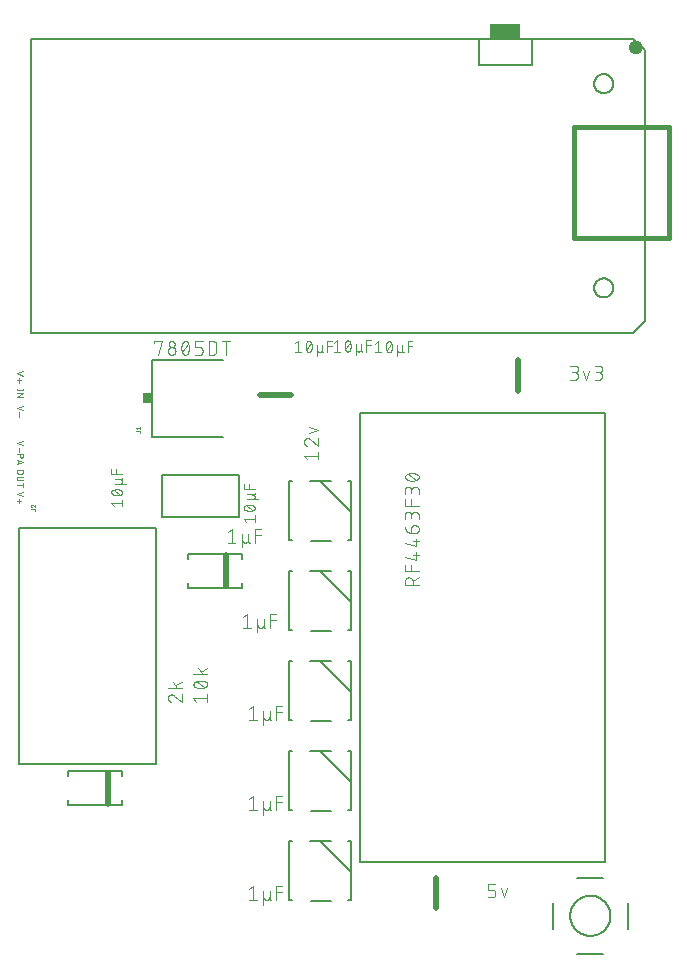
<source format=gbr>
G04 EAGLE Gerber RS-274X export*
G75*
%MOMM*%
%FSLAX34Y34*%
%LPD*%
%INSilkscreen Top*%
%IPPOS*%
%AMOC8*
5,1,8,0,0,1.08239X$1,22.5*%
G01*
%ADD10C,0.050800*%
%ADD11C,0.508000*%
%ADD12C,0.076200*%
%ADD13C,0.101600*%
%ADD14C,0.203200*%
%ADD15C,0.150000*%
%ADD16C,0.400000*%
%ADD17C,0.800000*%
%ADD18R,2.540000X1.270000*%
%ADD19R,0.762000X0.863600*%
%ADD20C,0.025400*%
%ADD21C,0.127000*%


D10*
X8842Y511746D02*
X3254Y509883D01*
X8842Y508021D01*
X5427Y505894D02*
X5427Y502169D01*
X3564Y504031D02*
X7290Y504031D01*
X8842Y409746D02*
X3254Y407883D01*
X8842Y406021D01*
X5427Y403894D02*
X5427Y400169D01*
X3564Y402031D02*
X7290Y402031D01*
X3254Y480883D02*
X8842Y482746D01*
X8842Y479021D02*
X3254Y480883D01*
X5427Y476894D02*
X5427Y473169D01*
X8842Y452746D02*
X3254Y450883D01*
X8842Y449021D01*
X5427Y446894D02*
X5427Y443169D01*
X3254Y496125D02*
X8842Y496125D01*
X3254Y496746D02*
X3254Y495504D01*
X8842Y495504D02*
X8842Y496746D01*
X8842Y493105D02*
X3254Y493105D01*
X3254Y490001D02*
X8842Y493105D01*
X8842Y490001D02*
X3254Y490001D01*
X3254Y441746D02*
X8842Y441746D01*
X8842Y440194D01*
X8840Y440117D01*
X8834Y440039D01*
X8825Y439963D01*
X8811Y439886D01*
X8794Y439811D01*
X8773Y439737D01*
X8748Y439663D01*
X8720Y439591D01*
X8688Y439521D01*
X8653Y439452D01*
X8614Y439385D01*
X8572Y439320D01*
X8527Y439257D01*
X8479Y439196D01*
X8428Y439138D01*
X8374Y439083D01*
X8317Y439030D01*
X8258Y438981D01*
X8196Y438934D01*
X8132Y438890D01*
X8066Y438850D01*
X7998Y438813D01*
X7928Y438779D01*
X7857Y438749D01*
X7784Y438723D01*
X7710Y438700D01*
X7635Y438681D01*
X7560Y438666D01*
X7483Y438654D01*
X7406Y438646D01*
X7329Y438642D01*
X7251Y438642D01*
X7174Y438646D01*
X7097Y438654D01*
X7020Y438666D01*
X6945Y438681D01*
X6870Y438700D01*
X6796Y438723D01*
X6723Y438749D01*
X6652Y438779D01*
X6582Y438813D01*
X6514Y438850D01*
X6448Y438890D01*
X6384Y438934D01*
X6322Y438981D01*
X6263Y439030D01*
X6206Y439083D01*
X6152Y439138D01*
X6101Y439196D01*
X6053Y439257D01*
X6008Y439320D01*
X5966Y439385D01*
X5927Y439452D01*
X5892Y439521D01*
X5860Y439591D01*
X5832Y439663D01*
X5807Y439737D01*
X5786Y439811D01*
X5769Y439886D01*
X5755Y439963D01*
X5746Y440039D01*
X5740Y440117D01*
X5738Y440194D01*
X5738Y441746D01*
X3254Y436836D02*
X8842Y434973D01*
X3254Y433111D01*
X4651Y433576D02*
X4651Y436370D01*
X4806Y428113D02*
X7290Y428113D01*
X7367Y428111D01*
X7445Y428105D01*
X7521Y428096D01*
X7598Y428082D01*
X7673Y428065D01*
X7747Y428044D01*
X7821Y428019D01*
X7893Y427991D01*
X7963Y427959D01*
X8032Y427924D01*
X8099Y427885D01*
X8164Y427843D01*
X8227Y427798D01*
X8288Y427750D01*
X8346Y427699D01*
X8401Y427645D01*
X8454Y427588D01*
X8503Y427529D01*
X8550Y427467D01*
X8594Y427403D01*
X8634Y427337D01*
X8671Y427269D01*
X8705Y427199D01*
X8735Y427128D01*
X8761Y427055D01*
X8784Y426981D01*
X8803Y426906D01*
X8818Y426831D01*
X8830Y426754D01*
X8838Y426677D01*
X8842Y426600D01*
X8842Y426522D01*
X8838Y426445D01*
X8830Y426368D01*
X8818Y426291D01*
X8803Y426216D01*
X8784Y426141D01*
X8761Y426067D01*
X8735Y425994D01*
X8705Y425923D01*
X8671Y425853D01*
X8634Y425785D01*
X8594Y425719D01*
X8550Y425655D01*
X8503Y425593D01*
X8454Y425534D01*
X8401Y425477D01*
X8346Y425423D01*
X8288Y425372D01*
X8227Y425324D01*
X8164Y425279D01*
X8099Y425237D01*
X8032Y425198D01*
X7963Y425163D01*
X7893Y425131D01*
X7821Y425103D01*
X7747Y425078D01*
X7673Y425057D01*
X7598Y425040D01*
X7521Y425026D01*
X7445Y425017D01*
X7367Y425011D01*
X7290Y425009D01*
X4806Y425009D01*
X4729Y425011D01*
X4651Y425017D01*
X4575Y425026D01*
X4498Y425040D01*
X4423Y425057D01*
X4349Y425078D01*
X4275Y425103D01*
X4203Y425131D01*
X4133Y425163D01*
X4064Y425198D01*
X3997Y425237D01*
X3932Y425279D01*
X3869Y425324D01*
X3808Y425372D01*
X3750Y425423D01*
X3695Y425477D01*
X3642Y425534D01*
X3593Y425593D01*
X3546Y425655D01*
X3502Y425719D01*
X3462Y425785D01*
X3425Y425853D01*
X3391Y425923D01*
X3361Y425994D01*
X3335Y426067D01*
X3312Y426141D01*
X3293Y426216D01*
X3278Y426291D01*
X3266Y426368D01*
X3258Y426445D01*
X3254Y426522D01*
X3254Y426600D01*
X3258Y426677D01*
X3266Y426754D01*
X3278Y426831D01*
X3293Y426906D01*
X3312Y426981D01*
X3335Y427055D01*
X3361Y427128D01*
X3391Y427199D01*
X3425Y427269D01*
X3462Y427337D01*
X3502Y427403D01*
X3546Y427467D01*
X3593Y427529D01*
X3642Y427588D01*
X3695Y427645D01*
X3750Y427699D01*
X3808Y427750D01*
X3869Y427798D01*
X3932Y427843D01*
X3997Y427885D01*
X4064Y427924D01*
X4133Y427959D01*
X4203Y427991D01*
X4275Y428019D01*
X4349Y428044D01*
X4423Y428065D01*
X4498Y428082D01*
X4575Y428096D01*
X4651Y428105D01*
X4729Y428111D01*
X4806Y428113D01*
X4806Y422444D02*
X8842Y422444D01*
X4806Y422444D02*
X4729Y422442D01*
X4651Y422436D01*
X4575Y422427D01*
X4498Y422413D01*
X4423Y422396D01*
X4349Y422375D01*
X4275Y422350D01*
X4203Y422322D01*
X4133Y422290D01*
X4064Y422255D01*
X3997Y422216D01*
X3932Y422174D01*
X3869Y422129D01*
X3808Y422081D01*
X3750Y422030D01*
X3695Y421976D01*
X3642Y421919D01*
X3593Y421860D01*
X3546Y421798D01*
X3502Y421734D01*
X3462Y421668D01*
X3425Y421600D01*
X3391Y421530D01*
X3361Y421459D01*
X3335Y421386D01*
X3312Y421312D01*
X3293Y421237D01*
X3278Y421162D01*
X3266Y421085D01*
X3258Y421008D01*
X3254Y420931D01*
X3254Y420853D01*
X3258Y420776D01*
X3266Y420699D01*
X3278Y420622D01*
X3293Y420547D01*
X3312Y420472D01*
X3335Y420398D01*
X3361Y420325D01*
X3391Y420254D01*
X3425Y420184D01*
X3462Y420116D01*
X3502Y420050D01*
X3546Y419986D01*
X3593Y419924D01*
X3642Y419865D01*
X3695Y419808D01*
X3750Y419754D01*
X3808Y419703D01*
X3869Y419655D01*
X3932Y419610D01*
X3997Y419568D01*
X4064Y419529D01*
X4133Y419494D01*
X4203Y419462D01*
X4275Y419434D01*
X4349Y419409D01*
X4423Y419388D01*
X4498Y419371D01*
X4575Y419357D01*
X4651Y419348D01*
X4729Y419342D01*
X4806Y419340D01*
X4806Y419339D02*
X8842Y419339D01*
X8842Y415588D02*
X3254Y415588D01*
X8842Y417140D02*
X8842Y414036D01*
D11*
X80550Y171800D02*
X80550Y145700D01*
X358000Y83050D02*
X358000Y56950D01*
X180200Y330000D02*
X180200Y356100D01*
X427850Y495100D02*
X427850Y521200D01*
X235150Y491350D02*
X209050Y491350D01*
D12*
X306731Y535191D02*
X309342Y537279D01*
X309342Y527881D01*
X311952Y527881D02*
X306731Y527881D01*
X315875Y532580D02*
X315877Y532765D01*
X315884Y532950D01*
X315895Y533134D01*
X315910Y533318D01*
X315930Y533502D01*
X315954Y533686D01*
X315983Y533868D01*
X316016Y534050D01*
X316053Y534231D01*
X316095Y534411D01*
X316141Y534591D01*
X316191Y534769D01*
X316245Y534945D01*
X316304Y535121D01*
X316366Y535295D01*
X316433Y535467D01*
X316504Y535638D01*
X316579Y535807D01*
X316658Y535974D01*
X316688Y536054D01*
X316721Y536133D01*
X316758Y536210D01*
X316798Y536286D01*
X316841Y536360D01*
X316887Y536432D01*
X316937Y536501D01*
X316989Y536569D01*
X317045Y536634D01*
X317103Y536697D01*
X317165Y536756D01*
X317228Y536814D01*
X317295Y536868D01*
X317363Y536919D01*
X317434Y536967D01*
X317507Y537012D01*
X317581Y537054D01*
X317658Y537092D01*
X317736Y537127D01*
X317815Y537159D01*
X317896Y537187D01*
X317978Y537211D01*
X318062Y537232D01*
X318145Y537249D01*
X318230Y537262D01*
X318315Y537271D01*
X318400Y537277D01*
X318486Y537279D01*
X318572Y537277D01*
X318657Y537271D01*
X318742Y537262D01*
X318827Y537249D01*
X318910Y537232D01*
X318994Y537211D01*
X319076Y537187D01*
X319157Y537159D01*
X319236Y537127D01*
X319314Y537092D01*
X319391Y537054D01*
X319465Y537012D01*
X319538Y536967D01*
X319609Y536919D01*
X319677Y536868D01*
X319744Y536814D01*
X319807Y536756D01*
X319869Y536697D01*
X319927Y536634D01*
X319983Y536569D01*
X320035Y536501D01*
X320085Y536432D01*
X320131Y536360D01*
X320174Y536286D01*
X320214Y536210D01*
X320251Y536133D01*
X320284Y536054D01*
X320314Y535974D01*
X320313Y535974D02*
X320392Y535807D01*
X320467Y535638D01*
X320538Y535467D01*
X320605Y535295D01*
X320667Y535121D01*
X320726Y534945D01*
X320780Y534769D01*
X320830Y534591D01*
X320876Y534411D01*
X320918Y534231D01*
X320955Y534050D01*
X320988Y533868D01*
X321017Y533686D01*
X321041Y533502D01*
X321061Y533318D01*
X321076Y533134D01*
X321087Y532950D01*
X321094Y532765D01*
X321096Y532580D01*
X315875Y532580D02*
X315877Y532395D01*
X315884Y532210D01*
X315895Y532026D01*
X315910Y531842D01*
X315930Y531658D01*
X315954Y531474D01*
X315983Y531292D01*
X316016Y531110D01*
X316053Y530929D01*
X316095Y530749D01*
X316141Y530569D01*
X316191Y530391D01*
X316245Y530215D01*
X316304Y530039D01*
X316366Y529865D01*
X316433Y529693D01*
X316504Y529522D01*
X316579Y529353D01*
X316658Y529186D01*
X316688Y529106D01*
X316721Y529027D01*
X316758Y528950D01*
X316798Y528874D01*
X316841Y528800D01*
X316887Y528728D01*
X316937Y528659D01*
X316990Y528591D01*
X317045Y528526D01*
X317104Y528463D01*
X317165Y528404D01*
X317228Y528346D01*
X317295Y528292D01*
X317363Y528241D01*
X317434Y528193D01*
X317507Y528148D01*
X317581Y528106D01*
X317658Y528068D01*
X317736Y528033D01*
X317815Y528001D01*
X317896Y527973D01*
X317978Y527949D01*
X318062Y527928D01*
X318145Y527911D01*
X318230Y527898D01*
X318315Y527889D01*
X318400Y527883D01*
X318486Y527881D01*
X320313Y529186D02*
X320392Y529353D01*
X320467Y529522D01*
X320538Y529693D01*
X320605Y529865D01*
X320667Y530039D01*
X320726Y530215D01*
X320780Y530391D01*
X320830Y530569D01*
X320876Y530749D01*
X320918Y530929D01*
X320955Y531110D01*
X320988Y531292D01*
X321017Y531474D01*
X321041Y531658D01*
X321061Y531842D01*
X321076Y532026D01*
X321087Y532210D01*
X321094Y532395D01*
X321096Y532580D01*
X320314Y529186D02*
X320284Y529106D01*
X320251Y529027D01*
X320214Y528950D01*
X320174Y528874D01*
X320131Y528800D01*
X320085Y528728D01*
X320035Y528659D01*
X319983Y528591D01*
X319927Y528526D01*
X319869Y528463D01*
X319807Y528404D01*
X319744Y528346D01*
X319677Y528292D01*
X319609Y528241D01*
X319538Y528193D01*
X319465Y528148D01*
X319391Y528106D01*
X319314Y528068D01*
X319236Y528033D01*
X319157Y528001D01*
X319076Y527973D01*
X318994Y527949D01*
X318910Y527928D01*
X318827Y527911D01*
X318742Y527898D01*
X318657Y527889D01*
X318572Y527883D01*
X318486Y527881D01*
X316397Y529969D02*
X320574Y535191D01*
X325555Y534146D02*
X325555Y524748D01*
X329732Y529969D02*
X329732Y534146D01*
X329732Y529969D02*
X329730Y529879D01*
X329724Y529790D01*
X329715Y529700D01*
X329701Y529611D01*
X329684Y529523D01*
X329663Y529436D01*
X329638Y529349D01*
X329609Y529264D01*
X329577Y529180D01*
X329542Y529098D01*
X329502Y529017D01*
X329460Y528938D01*
X329414Y528861D01*
X329364Y528786D01*
X329312Y528713D01*
X329256Y528642D01*
X329198Y528574D01*
X329136Y528509D01*
X329072Y528446D01*
X329005Y528386D01*
X328936Y528329D01*
X328864Y528275D01*
X328790Y528224D01*
X328714Y528176D01*
X328636Y528132D01*
X328556Y528091D01*
X328474Y528053D01*
X328391Y528019D01*
X328306Y527989D01*
X328220Y527962D01*
X328134Y527939D01*
X328046Y527920D01*
X327957Y527905D01*
X327868Y527893D01*
X327779Y527885D01*
X327689Y527881D01*
X327599Y527881D01*
X327509Y527885D01*
X327420Y527893D01*
X327331Y527905D01*
X327242Y527920D01*
X327154Y527939D01*
X327068Y527962D01*
X326982Y527989D01*
X326897Y528019D01*
X326814Y528053D01*
X326732Y528091D01*
X326652Y528132D01*
X326574Y528176D01*
X326498Y528224D01*
X326424Y528275D01*
X326352Y528329D01*
X326283Y528386D01*
X326216Y528446D01*
X326152Y528509D01*
X326090Y528574D01*
X326032Y528642D01*
X325976Y528713D01*
X325924Y528786D01*
X325874Y528861D01*
X325828Y528938D01*
X325786Y529017D01*
X325746Y529098D01*
X325711Y529180D01*
X325679Y529264D01*
X325650Y529349D01*
X325625Y529436D01*
X325604Y529523D01*
X325587Y529611D01*
X325573Y529700D01*
X325564Y529790D01*
X325558Y529879D01*
X325556Y529969D01*
X329732Y529969D02*
X329732Y528925D01*
X329734Y528862D01*
X329740Y528799D01*
X329749Y528737D01*
X329762Y528675D01*
X329779Y528614D01*
X329800Y528555D01*
X329824Y528497D01*
X329852Y528440D01*
X329883Y528385D01*
X329917Y528332D01*
X329954Y528281D01*
X329995Y528233D01*
X330038Y528187D01*
X330084Y528144D01*
X330132Y528103D01*
X330183Y528066D01*
X330236Y528032D01*
X330291Y528001D01*
X330348Y527973D01*
X330406Y527949D01*
X330465Y527928D01*
X330526Y527911D01*
X330588Y527898D01*
X330650Y527889D01*
X330713Y527883D01*
X330776Y527881D01*
X334180Y527881D02*
X334180Y537279D01*
X338357Y537279D01*
X338357Y533102D02*
X334180Y533102D01*
X274342Y537879D02*
X271731Y535791D01*
X274342Y537879D02*
X274342Y528481D01*
X276952Y528481D02*
X271731Y528481D01*
X280875Y533180D02*
X280877Y533365D01*
X280884Y533550D01*
X280895Y533734D01*
X280910Y533918D01*
X280930Y534102D01*
X280954Y534286D01*
X280983Y534468D01*
X281016Y534650D01*
X281053Y534831D01*
X281095Y535011D01*
X281141Y535191D01*
X281191Y535369D01*
X281245Y535545D01*
X281304Y535721D01*
X281366Y535895D01*
X281433Y536067D01*
X281504Y536238D01*
X281579Y536407D01*
X281658Y536574D01*
X281688Y536654D01*
X281721Y536733D01*
X281758Y536810D01*
X281798Y536886D01*
X281841Y536960D01*
X281887Y537032D01*
X281937Y537101D01*
X281989Y537169D01*
X282045Y537234D01*
X282103Y537297D01*
X282165Y537356D01*
X282228Y537414D01*
X282295Y537468D01*
X282363Y537519D01*
X282434Y537567D01*
X282507Y537612D01*
X282581Y537654D01*
X282658Y537692D01*
X282736Y537727D01*
X282815Y537759D01*
X282896Y537787D01*
X282978Y537811D01*
X283062Y537832D01*
X283145Y537849D01*
X283230Y537862D01*
X283315Y537871D01*
X283400Y537877D01*
X283486Y537879D01*
X283572Y537877D01*
X283657Y537871D01*
X283742Y537862D01*
X283827Y537849D01*
X283910Y537832D01*
X283994Y537811D01*
X284076Y537787D01*
X284157Y537759D01*
X284236Y537727D01*
X284314Y537692D01*
X284391Y537654D01*
X284465Y537612D01*
X284538Y537567D01*
X284609Y537519D01*
X284677Y537468D01*
X284744Y537414D01*
X284807Y537356D01*
X284869Y537297D01*
X284927Y537234D01*
X284983Y537169D01*
X285035Y537101D01*
X285085Y537032D01*
X285131Y536960D01*
X285174Y536886D01*
X285214Y536810D01*
X285251Y536733D01*
X285284Y536654D01*
X285314Y536574D01*
X285313Y536574D02*
X285392Y536407D01*
X285467Y536238D01*
X285538Y536067D01*
X285605Y535895D01*
X285667Y535721D01*
X285726Y535545D01*
X285780Y535369D01*
X285830Y535191D01*
X285876Y535011D01*
X285918Y534831D01*
X285955Y534650D01*
X285988Y534468D01*
X286017Y534286D01*
X286041Y534102D01*
X286061Y533918D01*
X286076Y533734D01*
X286087Y533550D01*
X286094Y533365D01*
X286096Y533180D01*
X280875Y533180D02*
X280877Y532995D01*
X280884Y532810D01*
X280895Y532626D01*
X280910Y532442D01*
X280930Y532258D01*
X280954Y532074D01*
X280983Y531892D01*
X281016Y531710D01*
X281053Y531529D01*
X281095Y531349D01*
X281141Y531169D01*
X281191Y530991D01*
X281245Y530815D01*
X281304Y530639D01*
X281366Y530465D01*
X281433Y530293D01*
X281504Y530122D01*
X281579Y529953D01*
X281658Y529786D01*
X281688Y529706D01*
X281721Y529627D01*
X281758Y529550D01*
X281798Y529474D01*
X281841Y529400D01*
X281887Y529328D01*
X281937Y529259D01*
X281990Y529191D01*
X282045Y529126D01*
X282104Y529063D01*
X282165Y529004D01*
X282228Y528946D01*
X282295Y528892D01*
X282363Y528841D01*
X282434Y528793D01*
X282507Y528748D01*
X282581Y528706D01*
X282658Y528668D01*
X282736Y528633D01*
X282815Y528601D01*
X282896Y528573D01*
X282978Y528549D01*
X283062Y528528D01*
X283145Y528511D01*
X283230Y528498D01*
X283315Y528489D01*
X283400Y528483D01*
X283486Y528481D01*
X285313Y529786D02*
X285392Y529953D01*
X285467Y530122D01*
X285538Y530293D01*
X285605Y530465D01*
X285667Y530639D01*
X285726Y530815D01*
X285780Y530991D01*
X285830Y531169D01*
X285876Y531349D01*
X285918Y531529D01*
X285955Y531710D01*
X285988Y531892D01*
X286017Y532074D01*
X286041Y532258D01*
X286061Y532442D01*
X286076Y532626D01*
X286087Y532810D01*
X286094Y532995D01*
X286096Y533180D01*
X285314Y529786D02*
X285284Y529706D01*
X285251Y529627D01*
X285214Y529550D01*
X285174Y529474D01*
X285131Y529400D01*
X285085Y529328D01*
X285035Y529259D01*
X284983Y529191D01*
X284927Y529126D01*
X284869Y529063D01*
X284807Y529004D01*
X284744Y528946D01*
X284677Y528892D01*
X284609Y528841D01*
X284538Y528793D01*
X284465Y528748D01*
X284391Y528706D01*
X284314Y528668D01*
X284236Y528633D01*
X284157Y528601D01*
X284076Y528573D01*
X283994Y528549D01*
X283910Y528528D01*
X283827Y528511D01*
X283742Y528498D01*
X283657Y528489D01*
X283572Y528483D01*
X283486Y528481D01*
X281397Y530569D02*
X285574Y535791D01*
X290555Y534746D02*
X290555Y525348D01*
X294732Y530569D02*
X294732Y534746D01*
X294732Y530569D02*
X294730Y530479D01*
X294724Y530390D01*
X294715Y530300D01*
X294701Y530211D01*
X294684Y530123D01*
X294663Y530036D01*
X294638Y529949D01*
X294609Y529864D01*
X294577Y529780D01*
X294542Y529698D01*
X294502Y529617D01*
X294460Y529538D01*
X294414Y529461D01*
X294364Y529386D01*
X294312Y529313D01*
X294256Y529242D01*
X294198Y529174D01*
X294136Y529109D01*
X294072Y529046D01*
X294005Y528986D01*
X293936Y528929D01*
X293864Y528875D01*
X293790Y528824D01*
X293714Y528776D01*
X293636Y528732D01*
X293556Y528691D01*
X293474Y528653D01*
X293391Y528619D01*
X293306Y528589D01*
X293220Y528562D01*
X293134Y528539D01*
X293046Y528520D01*
X292957Y528505D01*
X292868Y528493D01*
X292779Y528485D01*
X292689Y528481D01*
X292599Y528481D01*
X292509Y528485D01*
X292420Y528493D01*
X292331Y528505D01*
X292242Y528520D01*
X292154Y528539D01*
X292068Y528562D01*
X291982Y528589D01*
X291897Y528619D01*
X291814Y528653D01*
X291732Y528691D01*
X291652Y528732D01*
X291574Y528776D01*
X291498Y528824D01*
X291424Y528875D01*
X291352Y528929D01*
X291283Y528986D01*
X291216Y529046D01*
X291152Y529109D01*
X291090Y529174D01*
X291032Y529242D01*
X290976Y529313D01*
X290924Y529386D01*
X290874Y529461D01*
X290828Y529538D01*
X290786Y529617D01*
X290746Y529698D01*
X290711Y529780D01*
X290679Y529864D01*
X290650Y529949D01*
X290625Y530036D01*
X290604Y530123D01*
X290587Y530211D01*
X290573Y530300D01*
X290564Y530390D01*
X290558Y530479D01*
X290556Y530569D01*
X294732Y530569D02*
X294732Y529525D01*
X294734Y529462D01*
X294740Y529399D01*
X294749Y529337D01*
X294762Y529275D01*
X294779Y529214D01*
X294800Y529155D01*
X294824Y529097D01*
X294852Y529040D01*
X294883Y528985D01*
X294917Y528932D01*
X294954Y528881D01*
X294995Y528833D01*
X295038Y528787D01*
X295084Y528744D01*
X295132Y528703D01*
X295183Y528666D01*
X295236Y528632D01*
X295291Y528601D01*
X295348Y528573D01*
X295406Y528549D01*
X295465Y528528D01*
X295526Y528511D01*
X295588Y528498D01*
X295650Y528489D01*
X295713Y528483D01*
X295776Y528481D01*
X299180Y528481D02*
X299180Y537879D01*
X303357Y537879D01*
X303357Y533702D02*
X299180Y533702D01*
X241342Y537479D02*
X238731Y535391D01*
X241342Y537479D02*
X241342Y528081D01*
X243952Y528081D02*
X238731Y528081D01*
X247875Y532780D02*
X247877Y532965D01*
X247884Y533150D01*
X247895Y533334D01*
X247910Y533518D01*
X247930Y533702D01*
X247954Y533886D01*
X247983Y534068D01*
X248016Y534250D01*
X248053Y534431D01*
X248095Y534611D01*
X248141Y534791D01*
X248191Y534969D01*
X248245Y535145D01*
X248304Y535321D01*
X248366Y535495D01*
X248433Y535667D01*
X248504Y535838D01*
X248579Y536007D01*
X248658Y536174D01*
X248688Y536254D01*
X248721Y536333D01*
X248758Y536410D01*
X248798Y536486D01*
X248841Y536560D01*
X248887Y536632D01*
X248937Y536701D01*
X248989Y536769D01*
X249045Y536834D01*
X249103Y536897D01*
X249165Y536956D01*
X249228Y537014D01*
X249295Y537068D01*
X249363Y537119D01*
X249434Y537167D01*
X249507Y537212D01*
X249581Y537254D01*
X249658Y537292D01*
X249736Y537327D01*
X249815Y537359D01*
X249896Y537387D01*
X249978Y537411D01*
X250062Y537432D01*
X250145Y537449D01*
X250230Y537462D01*
X250315Y537471D01*
X250400Y537477D01*
X250486Y537479D01*
X250572Y537477D01*
X250657Y537471D01*
X250742Y537462D01*
X250827Y537449D01*
X250910Y537432D01*
X250994Y537411D01*
X251076Y537387D01*
X251157Y537359D01*
X251236Y537327D01*
X251314Y537292D01*
X251391Y537254D01*
X251465Y537212D01*
X251538Y537167D01*
X251609Y537119D01*
X251677Y537068D01*
X251744Y537014D01*
X251807Y536956D01*
X251869Y536897D01*
X251927Y536834D01*
X251983Y536769D01*
X252035Y536701D01*
X252085Y536632D01*
X252131Y536560D01*
X252174Y536486D01*
X252214Y536410D01*
X252251Y536333D01*
X252284Y536254D01*
X252314Y536174D01*
X252313Y536174D02*
X252392Y536007D01*
X252467Y535838D01*
X252538Y535667D01*
X252605Y535495D01*
X252667Y535321D01*
X252726Y535145D01*
X252780Y534969D01*
X252830Y534791D01*
X252876Y534611D01*
X252918Y534431D01*
X252955Y534250D01*
X252988Y534068D01*
X253017Y533886D01*
X253041Y533702D01*
X253061Y533518D01*
X253076Y533334D01*
X253087Y533150D01*
X253094Y532965D01*
X253096Y532780D01*
X247875Y532780D02*
X247877Y532595D01*
X247884Y532410D01*
X247895Y532226D01*
X247910Y532042D01*
X247930Y531858D01*
X247954Y531674D01*
X247983Y531492D01*
X248016Y531310D01*
X248053Y531129D01*
X248095Y530949D01*
X248141Y530769D01*
X248191Y530591D01*
X248245Y530415D01*
X248304Y530239D01*
X248366Y530065D01*
X248433Y529893D01*
X248504Y529722D01*
X248579Y529553D01*
X248658Y529386D01*
X248688Y529306D01*
X248721Y529227D01*
X248758Y529150D01*
X248798Y529074D01*
X248841Y529000D01*
X248887Y528928D01*
X248937Y528859D01*
X248990Y528791D01*
X249045Y528726D01*
X249104Y528663D01*
X249165Y528604D01*
X249228Y528546D01*
X249295Y528492D01*
X249363Y528441D01*
X249434Y528393D01*
X249507Y528348D01*
X249581Y528306D01*
X249658Y528268D01*
X249736Y528233D01*
X249815Y528201D01*
X249896Y528173D01*
X249978Y528149D01*
X250062Y528128D01*
X250145Y528111D01*
X250230Y528098D01*
X250315Y528089D01*
X250400Y528083D01*
X250486Y528081D01*
X252313Y529386D02*
X252392Y529553D01*
X252467Y529722D01*
X252538Y529893D01*
X252605Y530065D01*
X252667Y530239D01*
X252726Y530415D01*
X252780Y530591D01*
X252830Y530769D01*
X252876Y530949D01*
X252918Y531129D01*
X252955Y531310D01*
X252988Y531492D01*
X253017Y531674D01*
X253041Y531858D01*
X253061Y532042D01*
X253076Y532226D01*
X253087Y532410D01*
X253094Y532595D01*
X253096Y532780D01*
X252314Y529386D02*
X252284Y529306D01*
X252251Y529227D01*
X252214Y529150D01*
X252174Y529074D01*
X252131Y529000D01*
X252085Y528928D01*
X252035Y528859D01*
X251983Y528791D01*
X251927Y528726D01*
X251869Y528663D01*
X251807Y528604D01*
X251744Y528546D01*
X251677Y528492D01*
X251609Y528441D01*
X251538Y528393D01*
X251465Y528348D01*
X251391Y528306D01*
X251314Y528268D01*
X251236Y528233D01*
X251157Y528201D01*
X251076Y528173D01*
X250994Y528149D01*
X250910Y528128D01*
X250827Y528111D01*
X250742Y528098D01*
X250657Y528089D01*
X250572Y528083D01*
X250486Y528081D01*
X248397Y530169D02*
X252574Y535391D01*
X257555Y534346D02*
X257555Y524948D01*
X261732Y530169D02*
X261732Y534346D01*
X261732Y530169D02*
X261730Y530079D01*
X261724Y529990D01*
X261715Y529900D01*
X261701Y529811D01*
X261684Y529723D01*
X261663Y529636D01*
X261638Y529549D01*
X261609Y529464D01*
X261577Y529380D01*
X261542Y529298D01*
X261502Y529217D01*
X261460Y529138D01*
X261414Y529061D01*
X261364Y528986D01*
X261312Y528913D01*
X261256Y528842D01*
X261198Y528774D01*
X261136Y528709D01*
X261072Y528646D01*
X261005Y528586D01*
X260936Y528529D01*
X260864Y528475D01*
X260790Y528424D01*
X260714Y528376D01*
X260636Y528332D01*
X260556Y528291D01*
X260474Y528253D01*
X260391Y528219D01*
X260306Y528189D01*
X260220Y528162D01*
X260134Y528139D01*
X260046Y528120D01*
X259957Y528105D01*
X259868Y528093D01*
X259779Y528085D01*
X259689Y528081D01*
X259599Y528081D01*
X259509Y528085D01*
X259420Y528093D01*
X259331Y528105D01*
X259242Y528120D01*
X259154Y528139D01*
X259068Y528162D01*
X258982Y528189D01*
X258897Y528219D01*
X258814Y528253D01*
X258732Y528291D01*
X258652Y528332D01*
X258574Y528376D01*
X258498Y528424D01*
X258424Y528475D01*
X258352Y528529D01*
X258283Y528586D01*
X258216Y528646D01*
X258152Y528709D01*
X258090Y528774D01*
X258032Y528842D01*
X257976Y528913D01*
X257924Y528986D01*
X257874Y529061D01*
X257828Y529138D01*
X257786Y529217D01*
X257746Y529298D01*
X257711Y529380D01*
X257679Y529464D01*
X257650Y529549D01*
X257625Y529636D01*
X257604Y529723D01*
X257587Y529811D01*
X257573Y529900D01*
X257564Y529990D01*
X257558Y530079D01*
X257556Y530169D01*
X261732Y530169D02*
X261732Y529125D01*
X261734Y529062D01*
X261740Y528999D01*
X261749Y528937D01*
X261762Y528875D01*
X261779Y528814D01*
X261800Y528755D01*
X261824Y528697D01*
X261852Y528640D01*
X261883Y528585D01*
X261917Y528532D01*
X261954Y528481D01*
X261995Y528433D01*
X262038Y528387D01*
X262084Y528344D01*
X262132Y528303D01*
X262183Y528266D01*
X262236Y528232D01*
X262291Y528201D01*
X262348Y528173D01*
X262406Y528149D01*
X262465Y528128D01*
X262526Y528111D01*
X262588Y528098D01*
X262650Y528089D01*
X262713Y528083D01*
X262776Y528081D01*
X266180Y528081D02*
X266180Y537479D01*
X270357Y537479D01*
X270357Y533302D02*
X266180Y533302D01*
D13*
X402158Y66358D02*
X406053Y66358D01*
X406152Y66360D01*
X406252Y66366D01*
X406351Y66375D01*
X406449Y66388D01*
X406547Y66405D01*
X406645Y66426D01*
X406741Y66451D01*
X406836Y66479D01*
X406930Y66511D01*
X407023Y66546D01*
X407115Y66585D01*
X407205Y66628D01*
X407293Y66673D01*
X407380Y66723D01*
X407464Y66775D01*
X407547Y66831D01*
X407627Y66889D01*
X407705Y66951D01*
X407780Y67016D01*
X407853Y67084D01*
X407923Y67154D01*
X407991Y67227D01*
X408056Y67302D01*
X408118Y67380D01*
X408176Y67460D01*
X408232Y67543D01*
X408284Y67627D01*
X408334Y67714D01*
X408379Y67802D01*
X408422Y67892D01*
X408461Y67984D01*
X408496Y68077D01*
X408528Y68171D01*
X408556Y68266D01*
X408581Y68362D01*
X408602Y68460D01*
X408619Y68558D01*
X408632Y68656D01*
X408641Y68755D01*
X408647Y68855D01*
X408649Y68954D01*
X408649Y70253D01*
X408647Y70352D01*
X408641Y70452D01*
X408632Y70551D01*
X408619Y70649D01*
X408602Y70747D01*
X408581Y70845D01*
X408556Y70941D01*
X408528Y71036D01*
X408496Y71130D01*
X408461Y71223D01*
X408422Y71315D01*
X408379Y71405D01*
X408334Y71493D01*
X408284Y71580D01*
X408232Y71664D01*
X408176Y71747D01*
X408118Y71827D01*
X408056Y71905D01*
X407991Y71980D01*
X407923Y72053D01*
X407853Y72123D01*
X407780Y72191D01*
X407705Y72256D01*
X407627Y72318D01*
X407547Y72376D01*
X407464Y72432D01*
X407380Y72484D01*
X407293Y72534D01*
X407205Y72579D01*
X407115Y72622D01*
X407023Y72661D01*
X406930Y72696D01*
X406836Y72728D01*
X406741Y72756D01*
X406645Y72781D01*
X406547Y72802D01*
X406449Y72819D01*
X406351Y72832D01*
X406252Y72841D01*
X406152Y72847D01*
X406053Y72849D01*
X402158Y72849D01*
X402158Y78042D01*
X408649Y78042D01*
X413094Y74147D02*
X415691Y66358D01*
X418287Y74147D01*
X472008Y504508D02*
X475254Y504508D01*
X475367Y504510D01*
X475480Y504516D01*
X475593Y504526D01*
X475706Y504540D01*
X475818Y504557D01*
X475929Y504579D01*
X476039Y504604D01*
X476149Y504634D01*
X476257Y504667D01*
X476364Y504704D01*
X476470Y504744D01*
X476574Y504789D01*
X476677Y504837D01*
X476778Y504888D01*
X476877Y504943D01*
X476974Y505001D01*
X477069Y505063D01*
X477162Y505128D01*
X477252Y505196D01*
X477340Y505267D01*
X477426Y505342D01*
X477509Y505419D01*
X477589Y505499D01*
X477666Y505582D01*
X477741Y505668D01*
X477812Y505756D01*
X477880Y505846D01*
X477945Y505939D01*
X478007Y506034D01*
X478065Y506131D01*
X478120Y506230D01*
X478171Y506331D01*
X478219Y506434D01*
X478264Y506538D01*
X478304Y506644D01*
X478341Y506751D01*
X478374Y506859D01*
X478404Y506969D01*
X478429Y507079D01*
X478451Y507190D01*
X478468Y507302D01*
X478482Y507415D01*
X478492Y507528D01*
X478498Y507641D01*
X478500Y507754D01*
X478498Y507867D01*
X478492Y507980D01*
X478482Y508093D01*
X478468Y508206D01*
X478451Y508318D01*
X478429Y508429D01*
X478404Y508539D01*
X478374Y508649D01*
X478341Y508757D01*
X478304Y508864D01*
X478264Y508970D01*
X478219Y509074D01*
X478171Y509177D01*
X478120Y509278D01*
X478065Y509377D01*
X478007Y509474D01*
X477945Y509569D01*
X477880Y509662D01*
X477812Y509752D01*
X477741Y509840D01*
X477666Y509926D01*
X477589Y510009D01*
X477509Y510089D01*
X477426Y510166D01*
X477340Y510241D01*
X477252Y510312D01*
X477162Y510380D01*
X477069Y510445D01*
X476974Y510507D01*
X476877Y510565D01*
X476778Y510620D01*
X476677Y510671D01*
X476574Y510719D01*
X476470Y510764D01*
X476364Y510804D01*
X476257Y510841D01*
X476149Y510874D01*
X476039Y510904D01*
X475929Y510929D01*
X475818Y510951D01*
X475706Y510968D01*
X475593Y510982D01*
X475480Y510992D01*
X475367Y510998D01*
X475254Y511000D01*
X475903Y516192D02*
X472008Y516192D01*
X475903Y516192D02*
X476004Y516190D01*
X476104Y516184D01*
X476204Y516174D01*
X476304Y516161D01*
X476403Y516143D01*
X476502Y516122D01*
X476599Y516097D01*
X476696Y516068D01*
X476791Y516035D01*
X476885Y515999D01*
X476977Y515959D01*
X477068Y515916D01*
X477157Y515869D01*
X477244Y515819D01*
X477330Y515765D01*
X477413Y515708D01*
X477493Y515648D01*
X477572Y515585D01*
X477648Y515518D01*
X477721Y515449D01*
X477791Y515377D01*
X477859Y515303D01*
X477924Y515226D01*
X477985Y515146D01*
X478044Y515064D01*
X478099Y514980D01*
X478151Y514894D01*
X478200Y514806D01*
X478245Y514716D01*
X478287Y514624D01*
X478325Y514531D01*
X478359Y514436D01*
X478390Y514341D01*
X478417Y514244D01*
X478440Y514146D01*
X478460Y514047D01*
X478475Y513947D01*
X478487Y513847D01*
X478495Y513747D01*
X478499Y513646D01*
X478499Y513546D01*
X478495Y513445D01*
X478487Y513345D01*
X478475Y513245D01*
X478460Y513145D01*
X478440Y513046D01*
X478417Y512948D01*
X478390Y512851D01*
X478359Y512756D01*
X478325Y512661D01*
X478287Y512568D01*
X478245Y512476D01*
X478200Y512386D01*
X478151Y512298D01*
X478099Y512212D01*
X478044Y512128D01*
X477985Y512046D01*
X477924Y511966D01*
X477859Y511889D01*
X477791Y511815D01*
X477721Y511743D01*
X477648Y511674D01*
X477572Y511607D01*
X477493Y511544D01*
X477413Y511484D01*
X477330Y511427D01*
X477244Y511373D01*
X477157Y511323D01*
X477068Y511276D01*
X476977Y511233D01*
X476885Y511193D01*
X476791Y511157D01*
X476696Y511124D01*
X476599Y511095D01*
X476502Y511070D01*
X476403Y511049D01*
X476304Y511031D01*
X476204Y511018D01*
X476104Y511008D01*
X476004Y511002D01*
X475903Y511000D01*
X475903Y510999D02*
X473306Y510999D01*
X482944Y512297D02*
X485541Y504508D01*
X488137Y512297D01*
X492582Y504508D02*
X495828Y504508D01*
X495941Y504510D01*
X496054Y504516D01*
X496167Y504526D01*
X496280Y504540D01*
X496392Y504557D01*
X496503Y504579D01*
X496613Y504604D01*
X496723Y504634D01*
X496831Y504667D01*
X496938Y504704D01*
X497044Y504744D01*
X497148Y504789D01*
X497251Y504837D01*
X497352Y504888D01*
X497451Y504943D01*
X497548Y505001D01*
X497643Y505063D01*
X497736Y505128D01*
X497826Y505196D01*
X497914Y505267D01*
X498000Y505342D01*
X498083Y505419D01*
X498163Y505499D01*
X498240Y505582D01*
X498315Y505668D01*
X498386Y505756D01*
X498454Y505846D01*
X498519Y505939D01*
X498581Y506034D01*
X498639Y506131D01*
X498694Y506230D01*
X498745Y506331D01*
X498793Y506434D01*
X498838Y506538D01*
X498878Y506644D01*
X498915Y506751D01*
X498948Y506859D01*
X498978Y506969D01*
X499003Y507079D01*
X499025Y507190D01*
X499042Y507302D01*
X499056Y507415D01*
X499066Y507528D01*
X499072Y507641D01*
X499074Y507754D01*
X499072Y507867D01*
X499066Y507980D01*
X499056Y508093D01*
X499042Y508206D01*
X499025Y508318D01*
X499003Y508429D01*
X498978Y508539D01*
X498948Y508649D01*
X498915Y508757D01*
X498878Y508864D01*
X498838Y508970D01*
X498793Y509074D01*
X498745Y509177D01*
X498694Y509278D01*
X498639Y509377D01*
X498581Y509474D01*
X498519Y509569D01*
X498454Y509662D01*
X498386Y509752D01*
X498315Y509840D01*
X498240Y509926D01*
X498163Y510009D01*
X498083Y510089D01*
X498000Y510166D01*
X497914Y510241D01*
X497826Y510312D01*
X497736Y510380D01*
X497643Y510445D01*
X497548Y510507D01*
X497451Y510565D01*
X497352Y510620D01*
X497251Y510671D01*
X497148Y510719D01*
X497044Y510764D01*
X496938Y510804D01*
X496831Y510841D01*
X496723Y510874D01*
X496613Y510904D01*
X496503Y510929D01*
X496392Y510951D01*
X496280Y510968D01*
X496167Y510982D01*
X496054Y510992D01*
X495941Y510998D01*
X495828Y511000D01*
X496477Y516192D02*
X492582Y516192D01*
X496477Y516192D02*
X496578Y516190D01*
X496678Y516184D01*
X496778Y516174D01*
X496878Y516161D01*
X496977Y516143D01*
X497076Y516122D01*
X497173Y516097D01*
X497270Y516068D01*
X497365Y516035D01*
X497459Y515999D01*
X497551Y515959D01*
X497642Y515916D01*
X497731Y515869D01*
X497818Y515819D01*
X497904Y515765D01*
X497987Y515708D01*
X498067Y515648D01*
X498146Y515585D01*
X498222Y515518D01*
X498295Y515449D01*
X498365Y515377D01*
X498433Y515303D01*
X498498Y515226D01*
X498559Y515146D01*
X498618Y515064D01*
X498673Y514980D01*
X498725Y514894D01*
X498774Y514806D01*
X498819Y514716D01*
X498861Y514624D01*
X498899Y514531D01*
X498933Y514436D01*
X498964Y514341D01*
X498991Y514244D01*
X499014Y514146D01*
X499034Y514047D01*
X499049Y513947D01*
X499061Y513847D01*
X499069Y513747D01*
X499073Y513646D01*
X499073Y513546D01*
X499069Y513445D01*
X499061Y513345D01*
X499049Y513245D01*
X499034Y513145D01*
X499014Y513046D01*
X498991Y512948D01*
X498964Y512851D01*
X498933Y512756D01*
X498899Y512661D01*
X498861Y512568D01*
X498819Y512476D01*
X498774Y512386D01*
X498725Y512298D01*
X498673Y512212D01*
X498618Y512128D01*
X498559Y512046D01*
X498498Y511966D01*
X498433Y511889D01*
X498365Y511815D01*
X498295Y511743D01*
X498222Y511674D01*
X498146Y511607D01*
X498067Y511544D01*
X497987Y511484D01*
X497904Y511427D01*
X497818Y511373D01*
X497731Y511323D01*
X497642Y511276D01*
X497551Y511233D01*
X497459Y511193D01*
X497365Y511157D01*
X497270Y511124D01*
X497173Y511095D01*
X497076Y511070D01*
X496977Y511049D01*
X496878Y511031D01*
X496778Y511018D01*
X496678Y511008D01*
X496578Y511002D01*
X496477Y511000D01*
X496477Y510999D02*
X493880Y510999D01*
X203262Y228092D02*
X200017Y225496D01*
X203262Y228092D02*
X203262Y216408D01*
X200017Y216408D02*
X206508Y216408D01*
X212126Y212513D02*
X212126Y224197D01*
X217319Y224197D02*
X217319Y219004D01*
X217317Y218903D01*
X217311Y218803D01*
X217301Y218703D01*
X217288Y218603D01*
X217270Y218504D01*
X217249Y218405D01*
X217224Y218308D01*
X217195Y218211D01*
X217162Y218116D01*
X217126Y218022D01*
X217086Y217930D01*
X217043Y217839D01*
X216996Y217750D01*
X216946Y217663D01*
X216892Y217577D01*
X216835Y217494D01*
X216775Y217414D01*
X216712Y217335D01*
X216645Y217259D01*
X216576Y217186D01*
X216504Y217116D01*
X216430Y217048D01*
X216353Y216983D01*
X216273Y216922D01*
X216191Y216863D01*
X216107Y216808D01*
X216021Y216756D01*
X215933Y216707D01*
X215843Y216662D01*
X215751Y216620D01*
X215658Y216582D01*
X215563Y216548D01*
X215468Y216517D01*
X215371Y216490D01*
X215273Y216467D01*
X215174Y216447D01*
X215074Y216432D01*
X214974Y216420D01*
X214874Y216412D01*
X214773Y216408D01*
X214673Y216408D01*
X214572Y216412D01*
X214472Y216420D01*
X214372Y216432D01*
X214272Y216447D01*
X214173Y216467D01*
X214075Y216490D01*
X213978Y216517D01*
X213883Y216548D01*
X213788Y216582D01*
X213695Y216620D01*
X213603Y216662D01*
X213513Y216707D01*
X213425Y216756D01*
X213339Y216808D01*
X213255Y216863D01*
X213173Y216922D01*
X213093Y216983D01*
X213016Y217048D01*
X212942Y217116D01*
X212870Y217186D01*
X212801Y217259D01*
X212734Y217335D01*
X212671Y217414D01*
X212611Y217494D01*
X212554Y217577D01*
X212500Y217663D01*
X212450Y217750D01*
X212403Y217839D01*
X212360Y217930D01*
X212320Y218022D01*
X212284Y218116D01*
X212251Y218211D01*
X212222Y218308D01*
X212197Y218405D01*
X212176Y218504D01*
X212158Y218603D01*
X212145Y218703D01*
X212135Y218803D01*
X212129Y218903D01*
X212127Y219004D01*
X217319Y219004D02*
X217319Y217706D01*
X217321Y217636D01*
X217327Y217566D01*
X217336Y217496D01*
X217349Y217427D01*
X217366Y217359D01*
X217387Y217292D01*
X217411Y217226D01*
X217439Y217161D01*
X217470Y217098D01*
X217505Y217037D01*
X217543Y216978D01*
X217584Y216920D01*
X217628Y216866D01*
X217675Y216813D01*
X217724Y216764D01*
X217777Y216717D01*
X217831Y216673D01*
X217889Y216632D01*
X217948Y216594D01*
X218009Y216559D01*
X218072Y216528D01*
X218137Y216500D01*
X218203Y216476D01*
X218270Y216455D01*
X218338Y216438D01*
X218407Y216425D01*
X218477Y216416D01*
X218547Y216410D01*
X218617Y216408D01*
X222899Y216408D02*
X222899Y228092D01*
X228092Y228092D01*
X228092Y222899D02*
X222899Y222899D01*
X203262Y151892D02*
X200017Y149296D01*
X203262Y151892D02*
X203262Y140208D01*
X200017Y140208D02*
X206508Y140208D01*
X212126Y136313D02*
X212126Y147997D01*
X217319Y147997D02*
X217319Y142804D01*
X217317Y142703D01*
X217311Y142603D01*
X217301Y142503D01*
X217288Y142403D01*
X217270Y142304D01*
X217249Y142205D01*
X217224Y142108D01*
X217195Y142011D01*
X217162Y141916D01*
X217126Y141822D01*
X217086Y141730D01*
X217043Y141639D01*
X216996Y141550D01*
X216946Y141463D01*
X216892Y141377D01*
X216835Y141294D01*
X216775Y141214D01*
X216712Y141135D01*
X216645Y141059D01*
X216576Y140986D01*
X216504Y140916D01*
X216430Y140848D01*
X216353Y140783D01*
X216273Y140722D01*
X216191Y140663D01*
X216107Y140608D01*
X216021Y140556D01*
X215933Y140507D01*
X215843Y140462D01*
X215751Y140420D01*
X215658Y140382D01*
X215563Y140348D01*
X215468Y140317D01*
X215371Y140290D01*
X215273Y140267D01*
X215174Y140247D01*
X215074Y140232D01*
X214974Y140220D01*
X214874Y140212D01*
X214773Y140208D01*
X214673Y140208D01*
X214572Y140212D01*
X214472Y140220D01*
X214372Y140232D01*
X214272Y140247D01*
X214173Y140267D01*
X214075Y140290D01*
X213978Y140317D01*
X213883Y140348D01*
X213788Y140382D01*
X213695Y140420D01*
X213603Y140462D01*
X213513Y140507D01*
X213425Y140556D01*
X213339Y140608D01*
X213255Y140663D01*
X213173Y140722D01*
X213093Y140783D01*
X213016Y140848D01*
X212942Y140916D01*
X212870Y140986D01*
X212801Y141059D01*
X212734Y141135D01*
X212671Y141214D01*
X212611Y141294D01*
X212554Y141377D01*
X212500Y141463D01*
X212450Y141550D01*
X212403Y141639D01*
X212360Y141730D01*
X212320Y141822D01*
X212284Y141916D01*
X212251Y142011D01*
X212222Y142108D01*
X212197Y142205D01*
X212176Y142304D01*
X212158Y142403D01*
X212145Y142503D01*
X212135Y142603D01*
X212129Y142703D01*
X212127Y142804D01*
X217319Y142804D02*
X217319Y141506D01*
X217321Y141436D01*
X217327Y141366D01*
X217336Y141296D01*
X217349Y141227D01*
X217366Y141159D01*
X217387Y141092D01*
X217411Y141026D01*
X217439Y140961D01*
X217470Y140898D01*
X217505Y140837D01*
X217543Y140778D01*
X217584Y140720D01*
X217628Y140666D01*
X217675Y140613D01*
X217724Y140564D01*
X217777Y140517D01*
X217831Y140473D01*
X217889Y140432D01*
X217948Y140394D01*
X218009Y140359D01*
X218072Y140328D01*
X218137Y140300D01*
X218203Y140276D01*
X218270Y140255D01*
X218338Y140238D01*
X218407Y140225D01*
X218477Y140216D01*
X218547Y140210D01*
X218617Y140208D01*
X222899Y140208D02*
X222899Y151892D01*
X228092Y151892D01*
X228092Y146699D02*
X222899Y146699D01*
X203262Y75692D02*
X200017Y73096D01*
X203262Y75692D02*
X203262Y64008D01*
X200017Y64008D02*
X206508Y64008D01*
X212126Y60113D02*
X212126Y71797D01*
X217319Y71797D02*
X217319Y66604D01*
X217317Y66503D01*
X217311Y66403D01*
X217301Y66303D01*
X217288Y66203D01*
X217270Y66104D01*
X217249Y66005D01*
X217224Y65908D01*
X217195Y65811D01*
X217162Y65716D01*
X217126Y65622D01*
X217086Y65530D01*
X217043Y65439D01*
X216996Y65350D01*
X216946Y65263D01*
X216892Y65177D01*
X216835Y65094D01*
X216775Y65014D01*
X216712Y64935D01*
X216645Y64859D01*
X216576Y64786D01*
X216504Y64716D01*
X216430Y64648D01*
X216353Y64583D01*
X216273Y64522D01*
X216191Y64463D01*
X216107Y64408D01*
X216021Y64356D01*
X215933Y64307D01*
X215843Y64262D01*
X215751Y64220D01*
X215658Y64182D01*
X215563Y64148D01*
X215468Y64117D01*
X215371Y64090D01*
X215273Y64067D01*
X215174Y64047D01*
X215074Y64032D01*
X214974Y64020D01*
X214874Y64012D01*
X214773Y64008D01*
X214673Y64008D01*
X214572Y64012D01*
X214472Y64020D01*
X214372Y64032D01*
X214272Y64047D01*
X214173Y64067D01*
X214075Y64090D01*
X213978Y64117D01*
X213883Y64148D01*
X213788Y64182D01*
X213695Y64220D01*
X213603Y64262D01*
X213513Y64307D01*
X213425Y64356D01*
X213339Y64408D01*
X213255Y64463D01*
X213173Y64522D01*
X213093Y64583D01*
X213016Y64648D01*
X212942Y64716D01*
X212870Y64786D01*
X212801Y64859D01*
X212734Y64935D01*
X212671Y65014D01*
X212611Y65094D01*
X212554Y65177D01*
X212500Y65263D01*
X212450Y65350D01*
X212403Y65439D01*
X212360Y65530D01*
X212320Y65622D01*
X212284Y65716D01*
X212251Y65811D01*
X212222Y65908D01*
X212197Y66005D01*
X212176Y66104D01*
X212158Y66203D01*
X212145Y66303D01*
X212135Y66403D01*
X212129Y66503D01*
X212127Y66604D01*
X217319Y66604D02*
X217319Y65306D01*
X217321Y65236D01*
X217327Y65166D01*
X217336Y65096D01*
X217349Y65027D01*
X217366Y64959D01*
X217387Y64892D01*
X217411Y64826D01*
X217439Y64761D01*
X217470Y64698D01*
X217505Y64637D01*
X217543Y64578D01*
X217584Y64520D01*
X217628Y64466D01*
X217675Y64413D01*
X217724Y64364D01*
X217777Y64317D01*
X217831Y64273D01*
X217889Y64232D01*
X217948Y64194D01*
X218009Y64159D01*
X218072Y64128D01*
X218137Y64100D01*
X218203Y64076D01*
X218270Y64055D01*
X218338Y64038D01*
X218407Y64025D01*
X218477Y64016D01*
X218547Y64010D01*
X218617Y64008D01*
X222899Y64008D02*
X222899Y75692D01*
X228092Y75692D01*
X228092Y70499D02*
X222899Y70499D01*
X195017Y303646D02*
X198262Y306242D01*
X198262Y294558D01*
X195017Y294558D02*
X201508Y294558D01*
X207126Y290663D02*
X207126Y302347D01*
X212319Y302347D02*
X212319Y297154D01*
X212317Y297053D01*
X212311Y296953D01*
X212301Y296853D01*
X212288Y296753D01*
X212270Y296654D01*
X212249Y296555D01*
X212224Y296458D01*
X212195Y296361D01*
X212162Y296266D01*
X212126Y296172D01*
X212086Y296080D01*
X212043Y295989D01*
X211996Y295900D01*
X211946Y295813D01*
X211892Y295727D01*
X211835Y295644D01*
X211775Y295564D01*
X211712Y295485D01*
X211645Y295409D01*
X211576Y295336D01*
X211504Y295266D01*
X211430Y295198D01*
X211353Y295133D01*
X211273Y295072D01*
X211191Y295013D01*
X211107Y294958D01*
X211021Y294906D01*
X210933Y294857D01*
X210843Y294812D01*
X210751Y294770D01*
X210658Y294732D01*
X210563Y294698D01*
X210468Y294667D01*
X210371Y294640D01*
X210273Y294617D01*
X210174Y294597D01*
X210074Y294582D01*
X209974Y294570D01*
X209874Y294562D01*
X209773Y294558D01*
X209673Y294558D01*
X209572Y294562D01*
X209472Y294570D01*
X209372Y294582D01*
X209272Y294597D01*
X209173Y294617D01*
X209075Y294640D01*
X208978Y294667D01*
X208883Y294698D01*
X208788Y294732D01*
X208695Y294770D01*
X208603Y294812D01*
X208513Y294857D01*
X208425Y294906D01*
X208339Y294958D01*
X208255Y295013D01*
X208173Y295072D01*
X208093Y295133D01*
X208016Y295198D01*
X207942Y295266D01*
X207870Y295336D01*
X207801Y295409D01*
X207734Y295485D01*
X207671Y295564D01*
X207611Y295644D01*
X207554Y295727D01*
X207500Y295813D01*
X207450Y295900D01*
X207403Y295989D01*
X207360Y296080D01*
X207320Y296172D01*
X207284Y296266D01*
X207251Y296361D01*
X207222Y296458D01*
X207197Y296555D01*
X207176Y296654D01*
X207158Y296753D01*
X207145Y296853D01*
X207135Y296953D01*
X207129Y297053D01*
X207127Y297154D01*
X212319Y297154D02*
X212319Y295856D01*
X212321Y295786D01*
X212327Y295716D01*
X212336Y295646D01*
X212349Y295577D01*
X212366Y295509D01*
X212387Y295442D01*
X212411Y295376D01*
X212439Y295311D01*
X212470Y295248D01*
X212505Y295187D01*
X212543Y295128D01*
X212584Y295070D01*
X212628Y295016D01*
X212675Y294963D01*
X212724Y294914D01*
X212777Y294867D01*
X212831Y294823D01*
X212889Y294782D01*
X212948Y294744D01*
X213009Y294709D01*
X213072Y294678D01*
X213137Y294650D01*
X213203Y294626D01*
X213270Y294605D01*
X213338Y294588D01*
X213407Y294575D01*
X213477Y294566D01*
X213547Y294560D01*
X213617Y294558D01*
X217899Y294558D02*
X217899Y306242D01*
X223092Y306242D01*
X223092Y301049D02*
X217899Y301049D01*
X182017Y375696D02*
X185262Y378292D01*
X185262Y366608D01*
X182017Y366608D02*
X188508Y366608D01*
X194126Y362713D02*
X194126Y374397D01*
X199319Y374397D02*
X199319Y369204D01*
X199317Y369103D01*
X199311Y369003D01*
X199301Y368903D01*
X199288Y368803D01*
X199270Y368704D01*
X199249Y368605D01*
X199224Y368508D01*
X199195Y368411D01*
X199162Y368316D01*
X199126Y368222D01*
X199086Y368130D01*
X199043Y368039D01*
X198996Y367950D01*
X198946Y367863D01*
X198892Y367777D01*
X198835Y367694D01*
X198775Y367614D01*
X198712Y367535D01*
X198645Y367459D01*
X198576Y367386D01*
X198504Y367316D01*
X198430Y367248D01*
X198353Y367183D01*
X198273Y367122D01*
X198191Y367063D01*
X198107Y367008D01*
X198021Y366956D01*
X197933Y366907D01*
X197843Y366862D01*
X197751Y366820D01*
X197658Y366782D01*
X197563Y366748D01*
X197468Y366717D01*
X197371Y366690D01*
X197273Y366667D01*
X197174Y366647D01*
X197074Y366632D01*
X196974Y366620D01*
X196874Y366612D01*
X196773Y366608D01*
X196673Y366608D01*
X196572Y366612D01*
X196472Y366620D01*
X196372Y366632D01*
X196272Y366647D01*
X196173Y366667D01*
X196075Y366690D01*
X195978Y366717D01*
X195883Y366748D01*
X195788Y366782D01*
X195695Y366820D01*
X195603Y366862D01*
X195513Y366907D01*
X195425Y366956D01*
X195339Y367008D01*
X195255Y367063D01*
X195173Y367122D01*
X195093Y367183D01*
X195016Y367248D01*
X194942Y367316D01*
X194870Y367386D01*
X194801Y367459D01*
X194734Y367535D01*
X194671Y367614D01*
X194611Y367694D01*
X194554Y367777D01*
X194500Y367863D01*
X194450Y367950D01*
X194403Y368039D01*
X194360Y368130D01*
X194320Y368222D01*
X194284Y368316D01*
X194251Y368411D01*
X194222Y368508D01*
X194197Y368605D01*
X194176Y368704D01*
X194158Y368803D01*
X194145Y368903D01*
X194135Y369003D01*
X194129Y369103D01*
X194127Y369204D01*
X199319Y369204D02*
X199319Y367906D01*
X199321Y367836D01*
X199327Y367766D01*
X199336Y367696D01*
X199349Y367627D01*
X199366Y367559D01*
X199387Y367492D01*
X199411Y367426D01*
X199439Y367361D01*
X199470Y367298D01*
X199505Y367237D01*
X199543Y367178D01*
X199584Y367120D01*
X199628Y367066D01*
X199675Y367013D01*
X199724Y366964D01*
X199777Y366917D01*
X199831Y366873D01*
X199889Y366832D01*
X199948Y366794D01*
X200009Y366759D01*
X200072Y366728D01*
X200137Y366700D01*
X200203Y366676D01*
X200270Y366655D01*
X200338Y366638D01*
X200407Y366625D01*
X200477Y366616D01*
X200547Y366610D01*
X200617Y366608D01*
X204899Y366608D02*
X204899Y378292D01*
X210092Y378292D01*
X210092Y373099D02*
X204899Y373099D01*
D12*
X197459Y384431D02*
X195371Y387042D01*
X204769Y387042D01*
X204769Y389652D02*
X204769Y384431D01*
X200070Y393575D02*
X199885Y393577D01*
X199700Y393584D01*
X199516Y393595D01*
X199332Y393610D01*
X199148Y393630D01*
X198964Y393654D01*
X198782Y393683D01*
X198600Y393716D01*
X198419Y393753D01*
X198239Y393795D01*
X198059Y393841D01*
X197881Y393891D01*
X197705Y393945D01*
X197529Y394004D01*
X197355Y394066D01*
X197183Y394133D01*
X197012Y394204D01*
X196843Y394279D01*
X196676Y394358D01*
X196596Y394388D01*
X196517Y394421D01*
X196440Y394458D01*
X196364Y394498D01*
X196290Y394541D01*
X196218Y394587D01*
X196149Y394637D01*
X196081Y394689D01*
X196016Y394745D01*
X195953Y394803D01*
X195894Y394865D01*
X195836Y394928D01*
X195782Y394995D01*
X195731Y395063D01*
X195683Y395134D01*
X195638Y395207D01*
X195596Y395281D01*
X195558Y395358D01*
X195523Y395436D01*
X195491Y395515D01*
X195463Y395596D01*
X195439Y395678D01*
X195418Y395762D01*
X195401Y395845D01*
X195388Y395930D01*
X195379Y396015D01*
X195373Y396100D01*
X195371Y396186D01*
X195373Y396272D01*
X195379Y396357D01*
X195388Y396442D01*
X195401Y396527D01*
X195418Y396610D01*
X195439Y396694D01*
X195463Y396776D01*
X195491Y396857D01*
X195523Y396936D01*
X195558Y397014D01*
X195596Y397091D01*
X195638Y397165D01*
X195683Y397238D01*
X195731Y397309D01*
X195782Y397377D01*
X195836Y397444D01*
X195894Y397507D01*
X195953Y397569D01*
X196016Y397627D01*
X196081Y397683D01*
X196149Y397735D01*
X196218Y397785D01*
X196290Y397831D01*
X196364Y397874D01*
X196440Y397914D01*
X196517Y397951D01*
X196596Y397984D01*
X196676Y398014D01*
X196676Y398013D02*
X196843Y398092D01*
X197012Y398167D01*
X197183Y398238D01*
X197355Y398305D01*
X197529Y398367D01*
X197705Y398426D01*
X197881Y398480D01*
X198059Y398530D01*
X198239Y398576D01*
X198419Y398618D01*
X198600Y398655D01*
X198782Y398688D01*
X198964Y398717D01*
X199148Y398741D01*
X199332Y398761D01*
X199516Y398776D01*
X199700Y398787D01*
X199885Y398794D01*
X200070Y398796D01*
X200070Y393575D02*
X200255Y393577D01*
X200440Y393584D01*
X200624Y393595D01*
X200808Y393610D01*
X200992Y393630D01*
X201176Y393654D01*
X201358Y393683D01*
X201540Y393716D01*
X201721Y393753D01*
X201901Y393795D01*
X202081Y393841D01*
X202259Y393891D01*
X202435Y393945D01*
X202611Y394004D01*
X202785Y394066D01*
X202957Y394133D01*
X203128Y394204D01*
X203297Y394279D01*
X203464Y394358D01*
X203544Y394388D01*
X203623Y394421D01*
X203700Y394458D01*
X203776Y394498D01*
X203850Y394541D01*
X203922Y394587D01*
X203991Y394637D01*
X204059Y394690D01*
X204124Y394745D01*
X204187Y394804D01*
X204246Y394865D01*
X204304Y394928D01*
X204358Y394995D01*
X204409Y395063D01*
X204457Y395134D01*
X204502Y395207D01*
X204544Y395281D01*
X204582Y395358D01*
X204617Y395436D01*
X204649Y395515D01*
X204677Y395596D01*
X204701Y395678D01*
X204722Y395762D01*
X204739Y395845D01*
X204752Y395930D01*
X204761Y396015D01*
X204767Y396100D01*
X204769Y396186D01*
X203464Y398013D02*
X203297Y398092D01*
X203128Y398167D01*
X202957Y398238D01*
X202785Y398305D01*
X202611Y398367D01*
X202435Y398426D01*
X202259Y398480D01*
X202081Y398530D01*
X201901Y398576D01*
X201721Y398618D01*
X201540Y398655D01*
X201358Y398688D01*
X201176Y398717D01*
X200992Y398741D01*
X200808Y398761D01*
X200624Y398776D01*
X200440Y398787D01*
X200255Y398794D01*
X200070Y398796D01*
X203464Y398014D02*
X203544Y397984D01*
X203623Y397951D01*
X203700Y397914D01*
X203776Y397874D01*
X203850Y397831D01*
X203922Y397785D01*
X203991Y397735D01*
X204059Y397683D01*
X204124Y397627D01*
X204187Y397569D01*
X204246Y397507D01*
X204304Y397444D01*
X204358Y397377D01*
X204409Y397309D01*
X204457Y397238D01*
X204502Y397165D01*
X204544Y397091D01*
X204582Y397014D01*
X204617Y396936D01*
X204649Y396857D01*
X204677Y396776D01*
X204701Y396694D01*
X204722Y396610D01*
X204739Y396527D01*
X204752Y396442D01*
X204761Y396357D01*
X204767Y396272D01*
X204769Y396186D01*
X202681Y394097D02*
X197459Y398274D01*
X198504Y403255D02*
X207902Y403255D01*
X202681Y407432D02*
X198504Y407432D01*
X202681Y407432D02*
X202771Y407430D01*
X202860Y407424D01*
X202950Y407415D01*
X203039Y407401D01*
X203127Y407384D01*
X203214Y407363D01*
X203301Y407338D01*
X203386Y407309D01*
X203470Y407277D01*
X203552Y407242D01*
X203633Y407202D01*
X203712Y407160D01*
X203789Y407114D01*
X203864Y407064D01*
X203937Y407012D01*
X204008Y406956D01*
X204076Y406898D01*
X204141Y406836D01*
X204204Y406772D01*
X204264Y406705D01*
X204321Y406636D01*
X204375Y406564D01*
X204426Y406490D01*
X204474Y406414D01*
X204518Y406336D01*
X204559Y406256D01*
X204597Y406174D01*
X204631Y406091D01*
X204661Y406006D01*
X204688Y405920D01*
X204711Y405834D01*
X204730Y405746D01*
X204745Y405657D01*
X204757Y405568D01*
X204765Y405479D01*
X204769Y405389D01*
X204769Y405299D01*
X204765Y405209D01*
X204757Y405120D01*
X204745Y405031D01*
X204730Y404942D01*
X204711Y404854D01*
X204688Y404768D01*
X204661Y404682D01*
X204631Y404597D01*
X204597Y404514D01*
X204559Y404432D01*
X204518Y404352D01*
X204474Y404274D01*
X204426Y404198D01*
X204375Y404124D01*
X204321Y404052D01*
X204264Y403983D01*
X204204Y403916D01*
X204141Y403852D01*
X204076Y403790D01*
X204008Y403732D01*
X203937Y403676D01*
X203864Y403624D01*
X203789Y403574D01*
X203712Y403528D01*
X203633Y403486D01*
X203552Y403446D01*
X203470Y403411D01*
X203386Y403379D01*
X203301Y403350D01*
X203214Y403325D01*
X203127Y403304D01*
X203039Y403287D01*
X202950Y403273D01*
X202860Y403264D01*
X202771Y403258D01*
X202681Y403256D01*
X202681Y407432D02*
X203725Y407432D01*
X203788Y407434D01*
X203851Y407440D01*
X203913Y407449D01*
X203975Y407462D01*
X204036Y407479D01*
X204095Y407500D01*
X204153Y407524D01*
X204210Y407552D01*
X204265Y407583D01*
X204318Y407617D01*
X204369Y407654D01*
X204417Y407695D01*
X204463Y407738D01*
X204506Y407784D01*
X204547Y407832D01*
X204584Y407883D01*
X204618Y407936D01*
X204649Y407991D01*
X204677Y408048D01*
X204701Y408106D01*
X204722Y408165D01*
X204739Y408226D01*
X204752Y408288D01*
X204761Y408350D01*
X204767Y408413D01*
X204769Y408476D01*
X204769Y411880D02*
X195371Y411880D01*
X195371Y416057D01*
X199548Y416057D02*
X199548Y411880D01*
X85419Y397443D02*
X83331Y400053D01*
X92729Y400053D01*
X92729Y397443D02*
X92729Y402664D01*
X88030Y406586D02*
X87845Y406588D01*
X87660Y406595D01*
X87476Y406606D01*
X87292Y406621D01*
X87108Y406641D01*
X86924Y406665D01*
X86742Y406694D01*
X86560Y406727D01*
X86379Y406764D01*
X86199Y406806D01*
X86019Y406852D01*
X85841Y406902D01*
X85665Y406956D01*
X85489Y407015D01*
X85315Y407077D01*
X85143Y407144D01*
X84972Y407215D01*
X84803Y407290D01*
X84636Y407369D01*
X84556Y407399D01*
X84477Y407432D01*
X84400Y407469D01*
X84324Y407509D01*
X84250Y407552D01*
X84178Y407598D01*
X84109Y407648D01*
X84041Y407700D01*
X83976Y407756D01*
X83913Y407814D01*
X83854Y407876D01*
X83796Y407939D01*
X83742Y408006D01*
X83691Y408074D01*
X83643Y408145D01*
X83598Y408218D01*
X83556Y408292D01*
X83518Y408369D01*
X83483Y408447D01*
X83451Y408526D01*
X83423Y408607D01*
X83399Y408689D01*
X83378Y408773D01*
X83361Y408856D01*
X83348Y408941D01*
X83339Y409026D01*
X83333Y409111D01*
X83331Y409197D01*
X83333Y409283D01*
X83339Y409368D01*
X83348Y409453D01*
X83361Y409538D01*
X83378Y409621D01*
X83399Y409705D01*
X83423Y409787D01*
X83451Y409868D01*
X83483Y409947D01*
X83518Y410025D01*
X83556Y410102D01*
X83598Y410176D01*
X83643Y410249D01*
X83691Y410320D01*
X83742Y410388D01*
X83796Y410455D01*
X83854Y410518D01*
X83913Y410580D01*
X83976Y410638D01*
X84041Y410694D01*
X84109Y410746D01*
X84178Y410796D01*
X84250Y410842D01*
X84324Y410885D01*
X84400Y410925D01*
X84477Y410962D01*
X84556Y410995D01*
X84636Y411025D01*
X84803Y411104D01*
X84972Y411179D01*
X85143Y411250D01*
X85315Y411317D01*
X85489Y411379D01*
X85665Y411438D01*
X85841Y411492D01*
X86019Y411542D01*
X86199Y411588D01*
X86379Y411630D01*
X86560Y411667D01*
X86742Y411700D01*
X86924Y411729D01*
X87108Y411753D01*
X87292Y411773D01*
X87476Y411788D01*
X87660Y411799D01*
X87845Y411806D01*
X88030Y411808D01*
X88030Y406587D02*
X88215Y406589D01*
X88400Y406596D01*
X88584Y406607D01*
X88768Y406622D01*
X88952Y406642D01*
X89136Y406666D01*
X89318Y406695D01*
X89500Y406728D01*
X89681Y406765D01*
X89861Y406807D01*
X90041Y406853D01*
X90219Y406903D01*
X90395Y406957D01*
X90571Y407016D01*
X90745Y407078D01*
X90917Y407145D01*
X91088Y407216D01*
X91257Y407291D01*
X91424Y407370D01*
X91424Y407369D02*
X91504Y407399D01*
X91583Y407432D01*
X91660Y407469D01*
X91736Y407509D01*
X91810Y407552D01*
X91882Y407598D01*
X91951Y407648D01*
X92019Y407701D01*
X92084Y407756D01*
X92147Y407815D01*
X92206Y407876D01*
X92264Y407939D01*
X92318Y408006D01*
X92369Y408074D01*
X92417Y408145D01*
X92462Y408218D01*
X92504Y408292D01*
X92542Y408369D01*
X92577Y408447D01*
X92609Y408526D01*
X92637Y408607D01*
X92661Y408689D01*
X92682Y408773D01*
X92699Y408856D01*
X92712Y408941D01*
X92721Y409026D01*
X92727Y409111D01*
X92729Y409197D01*
X91424Y411025D02*
X91257Y411104D01*
X91088Y411179D01*
X90917Y411250D01*
X90745Y411317D01*
X90571Y411379D01*
X90395Y411438D01*
X90219Y411492D01*
X90041Y411542D01*
X89861Y411588D01*
X89681Y411630D01*
X89500Y411667D01*
X89318Y411700D01*
X89136Y411729D01*
X88952Y411753D01*
X88768Y411773D01*
X88584Y411788D01*
X88400Y411799D01*
X88215Y411806D01*
X88030Y411808D01*
X91424Y411025D02*
X91504Y410995D01*
X91583Y410962D01*
X91660Y410925D01*
X91736Y410885D01*
X91810Y410842D01*
X91882Y410796D01*
X91951Y410746D01*
X92019Y410694D01*
X92084Y410638D01*
X92147Y410580D01*
X92206Y410518D01*
X92264Y410455D01*
X92318Y410388D01*
X92369Y410320D01*
X92417Y410249D01*
X92462Y410176D01*
X92504Y410102D01*
X92542Y410025D01*
X92577Y409947D01*
X92609Y409868D01*
X92637Y409787D01*
X92661Y409705D01*
X92682Y409621D01*
X92699Y409538D01*
X92712Y409453D01*
X92721Y409368D01*
X92727Y409283D01*
X92729Y409197D01*
X90641Y407109D02*
X85419Y411286D01*
X86464Y416267D02*
X95862Y416267D01*
X90641Y420444D02*
X86464Y420444D01*
X90641Y420444D02*
X90731Y420442D01*
X90820Y420436D01*
X90910Y420427D01*
X90999Y420413D01*
X91087Y420396D01*
X91174Y420375D01*
X91261Y420350D01*
X91346Y420321D01*
X91430Y420289D01*
X91512Y420254D01*
X91593Y420214D01*
X91672Y420172D01*
X91749Y420126D01*
X91824Y420076D01*
X91897Y420024D01*
X91968Y419968D01*
X92036Y419910D01*
X92101Y419848D01*
X92164Y419784D01*
X92224Y419717D01*
X92281Y419648D01*
X92335Y419576D01*
X92386Y419502D01*
X92434Y419426D01*
X92478Y419348D01*
X92519Y419268D01*
X92557Y419186D01*
X92591Y419103D01*
X92621Y419018D01*
X92648Y418932D01*
X92671Y418846D01*
X92690Y418758D01*
X92705Y418669D01*
X92717Y418580D01*
X92725Y418491D01*
X92729Y418401D01*
X92729Y418311D01*
X92725Y418221D01*
X92717Y418132D01*
X92705Y418043D01*
X92690Y417954D01*
X92671Y417866D01*
X92648Y417780D01*
X92621Y417694D01*
X92591Y417609D01*
X92557Y417526D01*
X92519Y417444D01*
X92478Y417364D01*
X92434Y417286D01*
X92386Y417210D01*
X92335Y417136D01*
X92281Y417064D01*
X92224Y416995D01*
X92164Y416928D01*
X92101Y416864D01*
X92036Y416802D01*
X91968Y416744D01*
X91897Y416688D01*
X91824Y416636D01*
X91749Y416586D01*
X91672Y416540D01*
X91593Y416498D01*
X91512Y416458D01*
X91430Y416423D01*
X91346Y416391D01*
X91261Y416362D01*
X91174Y416337D01*
X91087Y416316D01*
X90999Y416299D01*
X90910Y416285D01*
X90820Y416276D01*
X90731Y416270D01*
X90641Y416268D01*
X90641Y420444D02*
X91685Y420444D01*
X91748Y420446D01*
X91811Y420452D01*
X91873Y420461D01*
X91935Y420474D01*
X91996Y420491D01*
X92055Y420512D01*
X92113Y420536D01*
X92170Y420564D01*
X92225Y420595D01*
X92278Y420629D01*
X92329Y420666D01*
X92377Y420707D01*
X92423Y420750D01*
X92466Y420796D01*
X92507Y420844D01*
X92544Y420895D01*
X92578Y420948D01*
X92609Y421003D01*
X92637Y421060D01*
X92661Y421118D01*
X92682Y421177D01*
X92699Y421238D01*
X92712Y421300D01*
X92721Y421362D01*
X92727Y421425D01*
X92729Y421488D01*
X92729Y424892D02*
X83331Y424892D01*
X83331Y429069D01*
X87508Y429069D02*
X87508Y424892D01*
D13*
X246508Y440429D02*
X249104Y437183D01*
X246508Y440429D02*
X258192Y440429D01*
X258192Y443674D02*
X258192Y437183D01*
X246508Y452183D02*
X246510Y452290D01*
X246516Y452396D01*
X246526Y452502D01*
X246539Y452608D01*
X246557Y452714D01*
X246578Y452818D01*
X246603Y452922D01*
X246632Y453025D01*
X246664Y453126D01*
X246701Y453226D01*
X246741Y453325D01*
X246784Y453423D01*
X246831Y453519D01*
X246882Y453613D01*
X246936Y453705D01*
X246993Y453795D01*
X247053Y453883D01*
X247117Y453968D01*
X247184Y454051D01*
X247254Y454132D01*
X247326Y454210D01*
X247402Y454286D01*
X247480Y454358D01*
X247561Y454428D01*
X247644Y454495D01*
X247729Y454559D01*
X247817Y454619D01*
X247907Y454676D01*
X247999Y454730D01*
X248093Y454781D01*
X248189Y454828D01*
X248287Y454871D01*
X248386Y454911D01*
X248486Y454948D01*
X248587Y454980D01*
X248690Y455009D01*
X248794Y455034D01*
X248898Y455055D01*
X249004Y455073D01*
X249110Y455086D01*
X249216Y455096D01*
X249322Y455102D01*
X249429Y455104D01*
X246508Y452183D02*
X246510Y452062D01*
X246516Y451941D01*
X246526Y451821D01*
X246539Y451700D01*
X246557Y451581D01*
X246578Y451461D01*
X246603Y451343D01*
X246632Y451226D01*
X246665Y451109D01*
X246701Y450994D01*
X246742Y450880D01*
X246785Y450767D01*
X246833Y450655D01*
X246884Y450546D01*
X246939Y450438D01*
X246997Y450331D01*
X247058Y450227D01*
X247123Y450125D01*
X247191Y450025D01*
X247262Y449927D01*
X247336Y449831D01*
X247413Y449738D01*
X247494Y449648D01*
X247577Y449560D01*
X247663Y449475D01*
X247752Y449392D01*
X247843Y449313D01*
X247937Y449236D01*
X248033Y449163D01*
X248131Y449093D01*
X248232Y449026D01*
X248335Y448962D01*
X248440Y448902D01*
X248547Y448844D01*
X248655Y448791D01*
X248765Y448741D01*
X248877Y448695D01*
X248990Y448652D01*
X249105Y448613D01*
X251701Y454130D02*
X251623Y454209D01*
X251543Y454285D01*
X251460Y454358D01*
X251374Y454428D01*
X251287Y454495D01*
X251196Y454559D01*
X251104Y454619D01*
X251010Y454677D01*
X250913Y454731D01*
X250815Y454781D01*
X250715Y454828D01*
X250614Y454872D01*
X250511Y454912D01*
X250406Y454948D01*
X250301Y454980D01*
X250194Y455009D01*
X250087Y455034D01*
X249978Y455056D01*
X249869Y455073D01*
X249760Y455087D01*
X249650Y455096D01*
X249539Y455102D01*
X249429Y455104D01*
X251701Y454130D02*
X258192Y448613D01*
X258192Y455104D01*
X258192Y462146D02*
X250403Y459549D01*
X250403Y464742D02*
X258192Y462146D01*
D14*
X46850Y173250D02*
X46850Y168750D01*
X46850Y173250D02*
X92850Y173250D01*
X92850Y168750D01*
X92850Y148750D02*
X92850Y144250D01*
X46850Y144250D01*
X46850Y148750D01*
X79850Y148750D02*
X79850Y168750D01*
X234188Y292608D02*
X236728Y292608D01*
X234188Y292608D02*
X234188Y293116D01*
X234239Y293116D01*
X234239Y342621D01*
X236550Y342621D01*
X283540Y292405D02*
X286258Y292405D01*
X286258Y292913D01*
X286283Y292913D01*
X286283Y342595D01*
X284023Y342595D01*
X269240Y292100D02*
X252222Y292100D01*
X251714Y342900D02*
X260350Y342900D01*
X268986Y342900D01*
X260350Y342900D02*
X285750Y317500D01*
X236728Y368808D02*
X234188Y368808D01*
X234188Y369316D01*
X234239Y369316D01*
X234239Y418821D01*
X236550Y418821D01*
X283540Y368605D02*
X286258Y368605D01*
X286258Y369113D01*
X286283Y369113D01*
X286283Y418795D01*
X284023Y418795D01*
X269240Y368300D02*
X252222Y368300D01*
X251714Y419100D02*
X260350Y419100D01*
X268986Y419100D01*
X260350Y419100D02*
X285750Y393700D01*
X236728Y216408D02*
X234188Y216408D01*
X234188Y216916D01*
X234239Y216916D01*
X234239Y266421D01*
X236550Y266421D01*
X283540Y216205D02*
X286258Y216205D01*
X286258Y216713D01*
X286283Y216713D01*
X286283Y266395D01*
X284023Y266395D01*
X269240Y215900D02*
X252222Y215900D01*
X251714Y266700D02*
X260350Y266700D01*
X268986Y266700D01*
X260350Y266700D02*
X285750Y241300D01*
X236728Y140208D02*
X234188Y140208D01*
X234188Y140716D01*
X234239Y140716D01*
X234239Y190221D01*
X236550Y190221D01*
X283540Y140005D02*
X286258Y140005D01*
X286258Y140513D01*
X286283Y140513D01*
X286283Y190195D01*
X284023Y190195D01*
X269240Y139700D02*
X252222Y139700D01*
X251714Y190500D02*
X260350Y190500D01*
X268986Y190500D01*
X260350Y190500D02*
X285750Y165100D01*
X236728Y64008D02*
X234188Y64008D01*
X234188Y64516D01*
X234239Y64516D01*
X234239Y114021D01*
X236550Y114021D01*
X283540Y63805D02*
X286258Y63805D01*
X286258Y64313D01*
X286283Y64313D01*
X286283Y113995D01*
X284023Y113995D01*
X269240Y63500D02*
X252222Y63500D01*
X251714Y114300D02*
X260350Y114300D01*
X268986Y114300D01*
X260350Y114300D02*
X285750Y88900D01*
X148450Y352900D02*
X148450Y357400D01*
X194450Y357400D01*
X194450Y352900D01*
X194450Y332900D02*
X194450Y328400D01*
X148450Y328400D01*
X148450Y332900D01*
X181450Y332900D02*
X181450Y352900D01*
X125980Y388620D02*
X125980Y424180D01*
X191520Y424180D01*
X191520Y388620D01*
X125980Y388620D01*
D15*
X15250Y544450D02*
X15250Y793450D01*
X525250Y793450D01*
X535250Y783450D01*
X535250Y554450D01*
X525250Y544450D01*
X15250Y544450D01*
D16*
X475250Y624450D02*
X555250Y624450D01*
X475250Y624450D02*
X475250Y718450D01*
X555250Y718450D01*
X555250Y624450D01*
D17*
X525254Y786130D02*
X525256Y786214D01*
X525262Y786298D01*
X525272Y786382D01*
X525285Y786465D01*
X525303Y786547D01*
X525325Y786629D01*
X525350Y786709D01*
X525379Y786788D01*
X525412Y786866D01*
X525448Y786942D01*
X525488Y787016D01*
X525531Y787088D01*
X525577Y787158D01*
X525627Y787226D01*
X525680Y787292D01*
X525736Y787355D01*
X525795Y787415D01*
X525857Y787472D01*
X525921Y787527D01*
X525988Y787578D01*
X526057Y787626D01*
X526128Y787671D01*
X526201Y787713D01*
X526276Y787751D01*
X526353Y787785D01*
X526431Y787816D01*
X526511Y787843D01*
X526592Y787867D01*
X526674Y787886D01*
X526757Y787902D01*
X526840Y787914D01*
X526924Y787922D01*
X527008Y787926D01*
X527092Y787926D01*
X527176Y787922D01*
X527260Y787914D01*
X527343Y787902D01*
X527426Y787886D01*
X527508Y787867D01*
X527589Y787843D01*
X527669Y787816D01*
X527747Y787785D01*
X527824Y787751D01*
X527899Y787713D01*
X527972Y787671D01*
X528043Y787626D01*
X528112Y787578D01*
X528179Y787527D01*
X528243Y787472D01*
X528305Y787415D01*
X528364Y787355D01*
X528420Y787292D01*
X528473Y787226D01*
X528523Y787158D01*
X528569Y787088D01*
X528612Y787016D01*
X528652Y786942D01*
X528688Y786866D01*
X528721Y786788D01*
X528750Y786709D01*
X528775Y786629D01*
X528797Y786547D01*
X528815Y786465D01*
X528828Y786382D01*
X528838Y786298D01*
X528844Y786214D01*
X528846Y786130D01*
X528844Y786046D01*
X528838Y785962D01*
X528828Y785878D01*
X528815Y785795D01*
X528797Y785713D01*
X528775Y785631D01*
X528750Y785551D01*
X528721Y785472D01*
X528688Y785394D01*
X528652Y785318D01*
X528612Y785244D01*
X528569Y785172D01*
X528523Y785102D01*
X528473Y785034D01*
X528420Y784968D01*
X528364Y784905D01*
X528305Y784845D01*
X528243Y784788D01*
X528179Y784733D01*
X528112Y784682D01*
X528043Y784634D01*
X527972Y784589D01*
X527899Y784547D01*
X527824Y784509D01*
X527747Y784475D01*
X527669Y784444D01*
X527589Y784417D01*
X527508Y784393D01*
X527426Y784374D01*
X527343Y784358D01*
X527260Y784346D01*
X527176Y784338D01*
X527092Y784334D01*
X527008Y784334D01*
X526924Y784338D01*
X526840Y784346D01*
X526757Y784358D01*
X526674Y784374D01*
X526592Y784393D01*
X526511Y784417D01*
X526431Y784444D01*
X526353Y784475D01*
X526276Y784509D01*
X526201Y784547D01*
X526128Y784589D01*
X526057Y784634D01*
X525988Y784682D01*
X525921Y784733D01*
X525857Y784788D01*
X525795Y784845D01*
X525736Y784905D01*
X525680Y784968D01*
X525627Y785034D01*
X525577Y785102D01*
X525531Y785172D01*
X525488Y785244D01*
X525448Y785318D01*
X525412Y785394D01*
X525379Y785472D01*
X525350Y785551D01*
X525325Y785631D01*
X525303Y785713D01*
X525285Y785795D01*
X525272Y785878D01*
X525262Y785962D01*
X525256Y786046D01*
X525254Y786130D01*
D15*
X492218Y582450D02*
X492220Y582647D01*
X492228Y582844D01*
X492240Y583041D01*
X492257Y583237D01*
X492278Y583433D01*
X492305Y583629D01*
X492336Y583823D01*
X492372Y584017D01*
X492413Y584210D01*
X492459Y584402D01*
X492509Y584592D01*
X492564Y584782D01*
X492623Y584969D01*
X492688Y585156D01*
X492756Y585341D01*
X492829Y585524D01*
X492907Y585705D01*
X492989Y585884D01*
X493076Y586061D01*
X493166Y586236D01*
X493261Y586409D01*
X493361Y586579D01*
X493464Y586747D01*
X493572Y586912D01*
X493683Y587075D01*
X493799Y587235D01*
X493918Y587392D01*
X494041Y587545D01*
X494168Y587696D01*
X494299Y587844D01*
X494433Y587988D01*
X494571Y588129D01*
X494712Y588267D01*
X494856Y588401D01*
X495004Y588532D01*
X495155Y588659D01*
X495308Y588782D01*
X495465Y588901D01*
X495625Y589017D01*
X495788Y589128D01*
X495953Y589236D01*
X496121Y589339D01*
X496291Y589439D01*
X496464Y589534D01*
X496639Y589624D01*
X496816Y589711D01*
X496995Y589793D01*
X497176Y589871D01*
X497359Y589944D01*
X497544Y590012D01*
X497731Y590077D01*
X497918Y590136D01*
X498108Y590191D01*
X498298Y590241D01*
X498490Y590287D01*
X498683Y590328D01*
X498877Y590364D01*
X499071Y590395D01*
X499267Y590422D01*
X499463Y590443D01*
X499659Y590460D01*
X499856Y590472D01*
X500053Y590480D01*
X500250Y590482D01*
X500447Y590480D01*
X500644Y590472D01*
X500841Y590460D01*
X501037Y590443D01*
X501233Y590422D01*
X501429Y590395D01*
X501623Y590364D01*
X501817Y590328D01*
X502010Y590287D01*
X502202Y590241D01*
X502392Y590191D01*
X502582Y590136D01*
X502769Y590077D01*
X502956Y590012D01*
X503141Y589944D01*
X503324Y589871D01*
X503505Y589793D01*
X503684Y589711D01*
X503861Y589624D01*
X504036Y589534D01*
X504209Y589439D01*
X504379Y589339D01*
X504547Y589236D01*
X504712Y589128D01*
X504875Y589017D01*
X505035Y588901D01*
X505192Y588782D01*
X505345Y588659D01*
X505496Y588532D01*
X505644Y588401D01*
X505788Y588267D01*
X505929Y588129D01*
X506067Y587988D01*
X506201Y587844D01*
X506332Y587696D01*
X506459Y587545D01*
X506582Y587392D01*
X506701Y587235D01*
X506817Y587075D01*
X506928Y586912D01*
X507036Y586747D01*
X507139Y586579D01*
X507239Y586409D01*
X507334Y586236D01*
X507424Y586061D01*
X507511Y585884D01*
X507593Y585705D01*
X507671Y585524D01*
X507744Y585341D01*
X507812Y585156D01*
X507877Y584969D01*
X507936Y584782D01*
X507991Y584592D01*
X508041Y584402D01*
X508087Y584210D01*
X508128Y584017D01*
X508164Y583823D01*
X508195Y583629D01*
X508222Y583433D01*
X508243Y583237D01*
X508260Y583041D01*
X508272Y582844D01*
X508280Y582647D01*
X508282Y582450D01*
X508280Y582253D01*
X508272Y582056D01*
X508260Y581859D01*
X508243Y581663D01*
X508222Y581467D01*
X508195Y581271D01*
X508164Y581077D01*
X508128Y580883D01*
X508087Y580690D01*
X508041Y580498D01*
X507991Y580308D01*
X507936Y580118D01*
X507877Y579931D01*
X507812Y579744D01*
X507744Y579559D01*
X507671Y579376D01*
X507593Y579195D01*
X507511Y579016D01*
X507424Y578839D01*
X507334Y578664D01*
X507239Y578491D01*
X507139Y578321D01*
X507036Y578153D01*
X506928Y577988D01*
X506817Y577825D01*
X506701Y577665D01*
X506582Y577508D01*
X506459Y577355D01*
X506332Y577204D01*
X506201Y577056D01*
X506067Y576912D01*
X505929Y576771D01*
X505788Y576633D01*
X505644Y576499D01*
X505496Y576368D01*
X505345Y576241D01*
X505192Y576118D01*
X505035Y575999D01*
X504875Y575883D01*
X504712Y575772D01*
X504547Y575664D01*
X504379Y575561D01*
X504209Y575461D01*
X504036Y575366D01*
X503861Y575276D01*
X503684Y575189D01*
X503505Y575107D01*
X503324Y575029D01*
X503141Y574956D01*
X502956Y574888D01*
X502769Y574823D01*
X502582Y574764D01*
X502392Y574709D01*
X502202Y574659D01*
X502010Y574613D01*
X501817Y574572D01*
X501623Y574536D01*
X501429Y574505D01*
X501233Y574478D01*
X501037Y574457D01*
X500841Y574440D01*
X500644Y574428D01*
X500447Y574420D01*
X500250Y574418D01*
X500053Y574420D01*
X499856Y574428D01*
X499659Y574440D01*
X499463Y574457D01*
X499267Y574478D01*
X499071Y574505D01*
X498877Y574536D01*
X498683Y574572D01*
X498490Y574613D01*
X498298Y574659D01*
X498108Y574709D01*
X497918Y574764D01*
X497731Y574823D01*
X497544Y574888D01*
X497359Y574956D01*
X497176Y575029D01*
X496995Y575107D01*
X496816Y575189D01*
X496639Y575276D01*
X496464Y575366D01*
X496291Y575461D01*
X496121Y575561D01*
X495953Y575664D01*
X495788Y575772D01*
X495625Y575883D01*
X495465Y575999D01*
X495308Y576118D01*
X495155Y576241D01*
X495004Y576368D01*
X494856Y576499D01*
X494712Y576633D01*
X494571Y576771D01*
X494433Y576912D01*
X494299Y577056D01*
X494168Y577204D01*
X494041Y577355D01*
X493918Y577508D01*
X493799Y577665D01*
X493683Y577825D01*
X493572Y577988D01*
X493464Y578153D01*
X493361Y578321D01*
X493261Y578491D01*
X493166Y578664D01*
X493076Y578839D01*
X492989Y579016D01*
X492907Y579195D01*
X492829Y579376D01*
X492756Y579559D01*
X492688Y579744D01*
X492623Y579931D01*
X492564Y580118D01*
X492509Y580308D01*
X492459Y580498D01*
X492413Y580690D01*
X492372Y580883D01*
X492336Y581077D01*
X492305Y581271D01*
X492278Y581467D01*
X492257Y581663D01*
X492240Y581859D01*
X492228Y582056D01*
X492220Y582253D01*
X492218Y582450D01*
X492218Y755450D02*
X492220Y755647D01*
X492228Y755844D01*
X492240Y756041D01*
X492257Y756237D01*
X492278Y756433D01*
X492305Y756629D01*
X492336Y756823D01*
X492372Y757017D01*
X492413Y757210D01*
X492459Y757402D01*
X492509Y757592D01*
X492564Y757782D01*
X492623Y757969D01*
X492688Y758156D01*
X492756Y758341D01*
X492829Y758524D01*
X492907Y758705D01*
X492989Y758884D01*
X493076Y759061D01*
X493166Y759236D01*
X493261Y759409D01*
X493361Y759579D01*
X493464Y759747D01*
X493572Y759912D01*
X493683Y760075D01*
X493799Y760235D01*
X493918Y760392D01*
X494041Y760545D01*
X494168Y760696D01*
X494299Y760844D01*
X494433Y760988D01*
X494571Y761129D01*
X494712Y761267D01*
X494856Y761401D01*
X495004Y761532D01*
X495155Y761659D01*
X495308Y761782D01*
X495465Y761901D01*
X495625Y762017D01*
X495788Y762128D01*
X495953Y762236D01*
X496121Y762339D01*
X496291Y762439D01*
X496464Y762534D01*
X496639Y762624D01*
X496816Y762711D01*
X496995Y762793D01*
X497176Y762871D01*
X497359Y762944D01*
X497544Y763012D01*
X497731Y763077D01*
X497918Y763136D01*
X498108Y763191D01*
X498298Y763241D01*
X498490Y763287D01*
X498683Y763328D01*
X498877Y763364D01*
X499071Y763395D01*
X499267Y763422D01*
X499463Y763443D01*
X499659Y763460D01*
X499856Y763472D01*
X500053Y763480D01*
X500250Y763482D01*
X500447Y763480D01*
X500644Y763472D01*
X500841Y763460D01*
X501037Y763443D01*
X501233Y763422D01*
X501429Y763395D01*
X501623Y763364D01*
X501817Y763328D01*
X502010Y763287D01*
X502202Y763241D01*
X502392Y763191D01*
X502582Y763136D01*
X502769Y763077D01*
X502956Y763012D01*
X503141Y762944D01*
X503324Y762871D01*
X503505Y762793D01*
X503684Y762711D01*
X503861Y762624D01*
X504036Y762534D01*
X504209Y762439D01*
X504379Y762339D01*
X504547Y762236D01*
X504712Y762128D01*
X504875Y762017D01*
X505035Y761901D01*
X505192Y761782D01*
X505345Y761659D01*
X505496Y761532D01*
X505644Y761401D01*
X505788Y761267D01*
X505929Y761129D01*
X506067Y760988D01*
X506201Y760844D01*
X506332Y760696D01*
X506459Y760545D01*
X506582Y760392D01*
X506701Y760235D01*
X506817Y760075D01*
X506928Y759912D01*
X507036Y759747D01*
X507139Y759579D01*
X507239Y759409D01*
X507334Y759236D01*
X507424Y759061D01*
X507511Y758884D01*
X507593Y758705D01*
X507671Y758524D01*
X507744Y758341D01*
X507812Y758156D01*
X507877Y757969D01*
X507936Y757782D01*
X507991Y757592D01*
X508041Y757402D01*
X508087Y757210D01*
X508128Y757017D01*
X508164Y756823D01*
X508195Y756629D01*
X508222Y756433D01*
X508243Y756237D01*
X508260Y756041D01*
X508272Y755844D01*
X508280Y755647D01*
X508282Y755450D01*
X508280Y755253D01*
X508272Y755056D01*
X508260Y754859D01*
X508243Y754663D01*
X508222Y754467D01*
X508195Y754271D01*
X508164Y754077D01*
X508128Y753883D01*
X508087Y753690D01*
X508041Y753498D01*
X507991Y753308D01*
X507936Y753118D01*
X507877Y752931D01*
X507812Y752744D01*
X507744Y752559D01*
X507671Y752376D01*
X507593Y752195D01*
X507511Y752016D01*
X507424Y751839D01*
X507334Y751664D01*
X507239Y751491D01*
X507139Y751321D01*
X507036Y751153D01*
X506928Y750988D01*
X506817Y750825D01*
X506701Y750665D01*
X506582Y750508D01*
X506459Y750355D01*
X506332Y750204D01*
X506201Y750056D01*
X506067Y749912D01*
X505929Y749771D01*
X505788Y749633D01*
X505644Y749499D01*
X505496Y749368D01*
X505345Y749241D01*
X505192Y749118D01*
X505035Y748999D01*
X504875Y748883D01*
X504712Y748772D01*
X504547Y748664D01*
X504379Y748561D01*
X504209Y748461D01*
X504036Y748366D01*
X503861Y748276D01*
X503684Y748189D01*
X503505Y748107D01*
X503324Y748029D01*
X503141Y747956D01*
X502956Y747888D01*
X502769Y747823D01*
X502582Y747764D01*
X502392Y747709D01*
X502202Y747659D01*
X502010Y747613D01*
X501817Y747572D01*
X501623Y747536D01*
X501429Y747505D01*
X501233Y747478D01*
X501037Y747457D01*
X500841Y747440D01*
X500644Y747428D01*
X500447Y747420D01*
X500250Y747418D01*
X500053Y747420D01*
X499856Y747428D01*
X499659Y747440D01*
X499463Y747457D01*
X499267Y747478D01*
X499071Y747505D01*
X498877Y747536D01*
X498683Y747572D01*
X498490Y747613D01*
X498298Y747659D01*
X498108Y747709D01*
X497918Y747764D01*
X497731Y747823D01*
X497544Y747888D01*
X497359Y747956D01*
X497176Y748029D01*
X496995Y748107D01*
X496816Y748189D01*
X496639Y748276D01*
X496464Y748366D01*
X496291Y748461D01*
X496121Y748561D01*
X495953Y748664D01*
X495788Y748772D01*
X495625Y748883D01*
X495465Y748999D01*
X495308Y749118D01*
X495155Y749241D01*
X495004Y749368D01*
X494856Y749499D01*
X494712Y749633D01*
X494571Y749771D01*
X494433Y749912D01*
X494299Y750056D01*
X494168Y750204D01*
X494041Y750355D01*
X493918Y750508D01*
X493799Y750665D01*
X493683Y750825D01*
X493572Y750988D01*
X493464Y751153D01*
X493361Y751321D01*
X493261Y751491D01*
X493166Y751664D01*
X493076Y751839D01*
X492989Y752016D01*
X492907Y752195D01*
X492829Y752376D01*
X492756Y752559D01*
X492688Y752744D01*
X492623Y752931D01*
X492564Y753118D01*
X492509Y753308D01*
X492459Y753498D01*
X492413Y753690D01*
X492372Y753883D01*
X492336Y754077D01*
X492305Y754271D01*
X492278Y754467D01*
X492257Y754663D01*
X492240Y754859D01*
X492228Y755056D01*
X492220Y755253D01*
X492218Y755450D01*
D18*
X416560Y800100D03*
D15*
X394970Y792480D02*
X394970Y770890D01*
X439420Y770890D01*
X439420Y792480D01*
D14*
X178054Y456184D02*
X118110Y456180D01*
X118110Y521720D01*
X178054Y521716D01*
D19*
X113284Y488950D03*
D13*
X119808Y536044D02*
X119808Y537342D01*
X126299Y537342D01*
X123054Y525658D01*
X131238Y528904D02*
X131240Y529017D01*
X131246Y529130D01*
X131256Y529243D01*
X131270Y529356D01*
X131287Y529468D01*
X131309Y529579D01*
X131334Y529689D01*
X131364Y529799D01*
X131397Y529907D01*
X131434Y530014D01*
X131474Y530120D01*
X131519Y530224D01*
X131567Y530327D01*
X131618Y530428D01*
X131673Y530527D01*
X131731Y530624D01*
X131793Y530719D01*
X131858Y530812D01*
X131926Y530902D01*
X131997Y530990D01*
X132072Y531076D01*
X132149Y531159D01*
X132229Y531239D01*
X132312Y531316D01*
X132398Y531391D01*
X132486Y531462D01*
X132576Y531530D01*
X132669Y531595D01*
X132764Y531657D01*
X132861Y531715D01*
X132960Y531770D01*
X133061Y531821D01*
X133164Y531869D01*
X133268Y531914D01*
X133374Y531954D01*
X133481Y531991D01*
X133589Y532024D01*
X133699Y532054D01*
X133809Y532079D01*
X133920Y532101D01*
X134032Y532118D01*
X134145Y532132D01*
X134258Y532142D01*
X134371Y532148D01*
X134484Y532150D01*
X134597Y532148D01*
X134710Y532142D01*
X134823Y532132D01*
X134936Y532118D01*
X135048Y532101D01*
X135159Y532079D01*
X135269Y532054D01*
X135379Y532024D01*
X135487Y531991D01*
X135594Y531954D01*
X135700Y531914D01*
X135804Y531869D01*
X135907Y531821D01*
X136008Y531770D01*
X136107Y531715D01*
X136204Y531657D01*
X136299Y531595D01*
X136392Y531530D01*
X136482Y531462D01*
X136570Y531391D01*
X136656Y531316D01*
X136739Y531239D01*
X136819Y531159D01*
X136896Y531076D01*
X136971Y530990D01*
X137042Y530902D01*
X137110Y530812D01*
X137175Y530719D01*
X137237Y530624D01*
X137295Y530527D01*
X137350Y530428D01*
X137401Y530327D01*
X137449Y530224D01*
X137494Y530120D01*
X137534Y530014D01*
X137571Y529907D01*
X137604Y529799D01*
X137634Y529689D01*
X137659Y529579D01*
X137681Y529468D01*
X137698Y529356D01*
X137712Y529243D01*
X137722Y529130D01*
X137728Y529017D01*
X137730Y528904D01*
X137728Y528791D01*
X137722Y528678D01*
X137712Y528565D01*
X137698Y528452D01*
X137681Y528340D01*
X137659Y528229D01*
X137634Y528119D01*
X137604Y528009D01*
X137571Y527901D01*
X137534Y527794D01*
X137494Y527688D01*
X137449Y527584D01*
X137401Y527481D01*
X137350Y527380D01*
X137295Y527281D01*
X137237Y527184D01*
X137175Y527089D01*
X137110Y526996D01*
X137042Y526906D01*
X136971Y526818D01*
X136896Y526732D01*
X136819Y526649D01*
X136739Y526569D01*
X136656Y526492D01*
X136570Y526417D01*
X136482Y526346D01*
X136392Y526278D01*
X136299Y526213D01*
X136204Y526151D01*
X136107Y526093D01*
X136008Y526038D01*
X135907Y525987D01*
X135804Y525939D01*
X135700Y525894D01*
X135594Y525854D01*
X135487Y525817D01*
X135379Y525784D01*
X135269Y525754D01*
X135159Y525729D01*
X135048Y525707D01*
X134936Y525690D01*
X134823Y525676D01*
X134710Y525666D01*
X134597Y525660D01*
X134484Y525658D01*
X134371Y525660D01*
X134258Y525666D01*
X134145Y525676D01*
X134032Y525690D01*
X133920Y525707D01*
X133809Y525729D01*
X133699Y525754D01*
X133589Y525784D01*
X133481Y525817D01*
X133374Y525854D01*
X133268Y525894D01*
X133164Y525939D01*
X133061Y525987D01*
X132960Y526038D01*
X132861Y526093D01*
X132764Y526151D01*
X132669Y526213D01*
X132576Y526278D01*
X132486Y526346D01*
X132398Y526417D01*
X132312Y526492D01*
X132229Y526569D01*
X132149Y526649D01*
X132072Y526732D01*
X131997Y526818D01*
X131926Y526906D01*
X131858Y526996D01*
X131793Y527089D01*
X131731Y527184D01*
X131673Y527281D01*
X131618Y527380D01*
X131567Y527481D01*
X131519Y527584D01*
X131474Y527688D01*
X131434Y527794D01*
X131397Y527901D01*
X131364Y528009D01*
X131334Y528119D01*
X131309Y528229D01*
X131287Y528340D01*
X131270Y528452D01*
X131256Y528565D01*
X131246Y528678D01*
X131240Y528791D01*
X131238Y528904D01*
X131888Y534746D02*
X131890Y534847D01*
X131896Y534947D01*
X131906Y535047D01*
X131919Y535147D01*
X131937Y535246D01*
X131958Y535345D01*
X131983Y535442D01*
X132012Y535539D01*
X132045Y535634D01*
X132081Y535728D01*
X132121Y535820D01*
X132164Y535911D01*
X132211Y536000D01*
X132261Y536087D01*
X132315Y536173D01*
X132372Y536256D01*
X132432Y536336D01*
X132495Y536415D01*
X132562Y536491D01*
X132631Y536564D01*
X132703Y536634D01*
X132777Y536702D01*
X132854Y536767D01*
X132934Y536828D01*
X133016Y536887D01*
X133100Y536942D01*
X133186Y536994D01*
X133274Y537043D01*
X133364Y537088D01*
X133456Y537130D01*
X133549Y537168D01*
X133644Y537202D01*
X133739Y537233D01*
X133836Y537260D01*
X133934Y537283D01*
X134033Y537303D01*
X134133Y537318D01*
X134233Y537330D01*
X134333Y537338D01*
X134434Y537342D01*
X134534Y537342D01*
X134635Y537338D01*
X134735Y537330D01*
X134835Y537318D01*
X134935Y537303D01*
X135034Y537283D01*
X135132Y537260D01*
X135229Y537233D01*
X135324Y537202D01*
X135419Y537168D01*
X135512Y537130D01*
X135604Y537088D01*
X135694Y537043D01*
X135782Y536994D01*
X135868Y536942D01*
X135952Y536887D01*
X136034Y536828D01*
X136114Y536767D01*
X136191Y536702D01*
X136265Y536634D01*
X136337Y536564D01*
X136406Y536491D01*
X136473Y536415D01*
X136536Y536336D01*
X136596Y536256D01*
X136653Y536173D01*
X136707Y536087D01*
X136757Y536000D01*
X136804Y535911D01*
X136847Y535820D01*
X136887Y535728D01*
X136923Y535634D01*
X136956Y535539D01*
X136985Y535442D01*
X137010Y535345D01*
X137031Y535246D01*
X137049Y535147D01*
X137062Y535047D01*
X137072Y534947D01*
X137078Y534847D01*
X137080Y534746D01*
X137078Y534645D01*
X137072Y534545D01*
X137062Y534445D01*
X137049Y534345D01*
X137031Y534246D01*
X137010Y534147D01*
X136985Y534050D01*
X136956Y533953D01*
X136923Y533858D01*
X136887Y533764D01*
X136847Y533672D01*
X136804Y533581D01*
X136757Y533492D01*
X136707Y533405D01*
X136653Y533319D01*
X136596Y533236D01*
X136536Y533156D01*
X136473Y533077D01*
X136406Y533001D01*
X136337Y532928D01*
X136265Y532858D01*
X136191Y532790D01*
X136114Y532725D01*
X136034Y532664D01*
X135952Y532605D01*
X135868Y532550D01*
X135782Y532498D01*
X135694Y532449D01*
X135604Y532404D01*
X135512Y532362D01*
X135419Y532324D01*
X135324Y532290D01*
X135229Y532259D01*
X135132Y532232D01*
X135034Y532209D01*
X134935Y532189D01*
X134835Y532174D01*
X134735Y532162D01*
X134635Y532154D01*
X134534Y532150D01*
X134434Y532150D01*
X134333Y532154D01*
X134233Y532162D01*
X134133Y532174D01*
X134033Y532189D01*
X133934Y532209D01*
X133836Y532232D01*
X133739Y532259D01*
X133644Y532290D01*
X133549Y532324D01*
X133456Y532362D01*
X133364Y532404D01*
X133274Y532449D01*
X133186Y532498D01*
X133100Y532550D01*
X133016Y532605D01*
X132934Y532664D01*
X132854Y532725D01*
X132777Y532790D01*
X132703Y532858D01*
X132631Y532928D01*
X132562Y533001D01*
X132495Y533077D01*
X132432Y533156D01*
X132372Y533236D01*
X132315Y533319D01*
X132261Y533405D01*
X132211Y533492D01*
X132164Y533581D01*
X132121Y533672D01*
X132081Y533764D01*
X132045Y533858D01*
X132012Y533953D01*
X131983Y534050D01*
X131958Y534147D01*
X131937Y534246D01*
X131919Y534345D01*
X131906Y534445D01*
X131896Y534545D01*
X131890Y534645D01*
X131888Y534746D01*
X142668Y531500D02*
X142671Y531730D01*
X142679Y531960D01*
X142693Y532189D01*
X142712Y532418D01*
X142737Y532647D01*
X142767Y532874D01*
X142802Y533102D01*
X142843Y533328D01*
X142889Y533553D01*
X142941Y533777D01*
X142998Y533999D01*
X143060Y534221D01*
X143128Y534440D01*
X143201Y534658D01*
X143279Y534875D01*
X143362Y535089D01*
X143450Y535301D01*
X143543Y535511D01*
X143642Y535719D01*
X143641Y535719D02*
X143674Y535809D01*
X143710Y535898D01*
X143750Y535986D01*
X143794Y536071D01*
X143841Y536155D01*
X143891Y536237D01*
X143945Y536317D01*
X144001Y536394D01*
X144061Y536470D01*
X144124Y536543D01*
X144189Y536613D01*
X144258Y536681D01*
X144329Y536745D01*
X144402Y536807D01*
X144478Y536866D01*
X144556Y536922D01*
X144637Y536975D01*
X144719Y537024D01*
X144803Y537070D01*
X144890Y537113D01*
X144977Y537152D01*
X145067Y537188D01*
X145157Y537220D01*
X145249Y537248D01*
X145342Y537273D01*
X145436Y537294D01*
X145530Y537311D01*
X145625Y537325D01*
X145721Y537334D01*
X145817Y537340D01*
X145913Y537342D01*
X146009Y537340D01*
X146105Y537334D01*
X146201Y537325D01*
X146296Y537311D01*
X146390Y537294D01*
X146484Y537273D01*
X146577Y537248D01*
X146669Y537220D01*
X146759Y537188D01*
X146849Y537152D01*
X146936Y537113D01*
X147023Y537070D01*
X147107Y537024D01*
X147189Y536975D01*
X147270Y536922D01*
X147348Y536866D01*
X147424Y536807D01*
X147497Y536745D01*
X147568Y536681D01*
X147637Y536613D01*
X147702Y536543D01*
X147765Y536470D01*
X147825Y536394D01*
X147881Y536317D01*
X147935Y536237D01*
X147985Y536155D01*
X148032Y536071D01*
X148076Y535986D01*
X148116Y535898D01*
X148152Y535809D01*
X148185Y535719D01*
X148186Y535719D02*
X148285Y535512D01*
X148378Y535302D01*
X148466Y535089D01*
X148549Y534875D01*
X148627Y534659D01*
X148700Y534441D01*
X148768Y534221D01*
X148830Y534000D01*
X148887Y533777D01*
X148939Y533553D01*
X148985Y533328D01*
X149026Y533102D01*
X149061Y532875D01*
X149091Y532647D01*
X149116Y532418D01*
X149135Y532189D01*
X149149Y531960D01*
X149157Y531730D01*
X149160Y531500D01*
X142668Y531500D02*
X142671Y531270D01*
X142679Y531040D01*
X142693Y530811D01*
X142712Y530582D01*
X142737Y530353D01*
X142767Y530125D01*
X142802Y529898D01*
X142843Y529672D01*
X142889Y529447D01*
X142941Y529223D01*
X142998Y529000D01*
X143060Y528779D01*
X143128Y528559D01*
X143201Y528341D01*
X143279Y528125D01*
X143362Y527911D01*
X143450Y527699D01*
X143543Y527488D01*
X143642Y527281D01*
X143641Y527281D02*
X143674Y527191D01*
X143710Y527102D01*
X143751Y527014D01*
X143794Y526929D01*
X143841Y526845D01*
X143891Y526763D01*
X143945Y526683D01*
X144001Y526606D01*
X144061Y526530D01*
X144124Y526457D01*
X144189Y526387D01*
X144258Y526319D01*
X144329Y526255D01*
X144402Y526193D01*
X144478Y526134D01*
X144556Y526078D01*
X144637Y526025D01*
X144719Y525976D01*
X144803Y525930D01*
X144890Y525887D01*
X144977Y525848D01*
X145067Y525812D01*
X145157Y525780D01*
X145249Y525752D01*
X145342Y525727D01*
X145436Y525706D01*
X145530Y525689D01*
X145625Y525675D01*
X145721Y525666D01*
X145817Y525660D01*
X145913Y525658D01*
X148185Y527281D02*
X148284Y527488D01*
X148377Y527699D01*
X148465Y527911D01*
X148548Y528125D01*
X148626Y528341D01*
X148699Y528559D01*
X148767Y528779D01*
X148829Y529000D01*
X148886Y529223D01*
X148938Y529447D01*
X148984Y529672D01*
X149025Y529898D01*
X149060Y530125D01*
X149090Y530353D01*
X149115Y530582D01*
X149134Y530811D01*
X149148Y531040D01*
X149156Y531270D01*
X149159Y531500D01*
X148185Y527281D02*
X148152Y527191D01*
X148116Y527102D01*
X148076Y527014D01*
X148032Y526929D01*
X147985Y526845D01*
X147935Y526763D01*
X147881Y526683D01*
X147825Y526606D01*
X147765Y526530D01*
X147702Y526457D01*
X147637Y526387D01*
X147568Y526319D01*
X147497Y526255D01*
X147424Y526193D01*
X147348Y526134D01*
X147270Y526078D01*
X147189Y526025D01*
X147107Y525976D01*
X147023Y525930D01*
X146936Y525887D01*
X146849Y525848D01*
X146759Y525812D01*
X146669Y525780D01*
X146577Y525752D01*
X146484Y525727D01*
X146390Y525706D01*
X146296Y525689D01*
X146201Y525675D01*
X146105Y525666D01*
X146009Y525660D01*
X145913Y525658D01*
X143317Y528254D02*
X148510Y534746D01*
X154098Y525658D02*
X157993Y525658D01*
X158092Y525660D01*
X158192Y525666D01*
X158291Y525675D01*
X158389Y525688D01*
X158487Y525705D01*
X158585Y525726D01*
X158681Y525751D01*
X158776Y525779D01*
X158870Y525811D01*
X158963Y525846D01*
X159055Y525885D01*
X159145Y525928D01*
X159233Y525973D01*
X159320Y526023D01*
X159404Y526075D01*
X159487Y526131D01*
X159567Y526189D01*
X159645Y526251D01*
X159720Y526316D01*
X159793Y526384D01*
X159863Y526454D01*
X159931Y526527D01*
X159996Y526602D01*
X160058Y526680D01*
X160116Y526760D01*
X160172Y526843D01*
X160224Y526927D01*
X160274Y527014D01*
X160319Y527102D01*
X160362Y527192D01*
X160401Y527284D01*
X160436Y527377D01*
X160468Y527471D01*
X160496Y527566D01*
X160521Y527662D01*
X160542Y527760D01*
X160559Y527858D01*
X160572Y527956D01*
X160581Y528055D01*
X160587Y528155D01*
X160589Y528254D01*
X160589Y529553D01*
X160587Y529652D01*
X160581Y529752D01*
X160572Y529851D01*
X160559Y529949D01*
X160542Y530047D01*
X160521Y530145D01*
X160496Y530241D01*
X160468Y530336D01*
X160436Y530430D01*
X160401Y530523D01*
X160362Y530615D01*
X160319Y530705D01*
X160274Y530793D01*
X160224Y530880D01*
X160172Y530964D01*
X160116Y531047D01*
X160058Y531127D01*
X159996Y531205D01*
X159931Y531280D01*
X159863Y531353D01*
X159793Y531423D01*
X159720Y531491D01*
X159645Y531556D01*
X159567Y531618D01*
X159487Y531676D01*
X159404Y531732D01*
X159320Y531784D01*
X159233Y531834D01*
X159145Y531879D01*
X159055Y531922D01*
X158963Y531961D01*
X158870Y531996D01*
X158776Y532028D01*
X158681Y532056D01*
X158585Y532081D01*
X158487Y532102D01*
X158389Y532119D01*
X158291Y532132D01*
X158192Y532141D01*
X158092Y532147D01*
X157993Y532149D01*
X154098Y532149D01*
X154098Y537342D01*
X160589Y537342D01*
X165909Y537342D02*
X165909Y525658D01*
X165909Y537342D02*
X169154Y537342D01*
X169267Y537340D01*
X169380Y537334D01*
X169493Y537324D01*
X169606Y537310D01*
X169718Y537293D01*
X169829Y537271D01*
X169939Y537246D01*
X170049Y537216D01*
X170157Y537183D01*
X170264Y537146D01*
X170370Y537106D01*
X170474Y537061D01*
X170577Y537013D01*
X170678Y536962D01*
X170777Y536907D01*
X170874Y536849D01*
X170969Y536787D01*
X171062Y536722D01*
X171152Y536654D01*
X171240Y536583D01*
X171326Y536508D01*
X171409Y536431D01*
X171489Y536351D01*
X171566Y536268D01*
X171641Y536182D01*
X171712Y536094D01*
X171780Y536004D01*
X171845Y535911D01*
X171907Y535816D01*
X171965Y535719D01*
X172020Y535620D01*
X172071Y535519D01*
X172119Y535416D01*
X172164Y535312D01*
X172204Y535206D01*
X172241Y535099D01*
X172274Y534991D01*
X172304Y534881D01*
X172329Y534771D01*
X172351Y534660D01*
X172368Y534548D01*
X172382Y534435D01*
X172392Y534322D01*
X172398Y534209D01*
X172400Y534096D01*
X172400Y528904D01*
X172398Y528791D01*
X172392Y528678D01*
X172382Y528565D01*
X172368Y528452D01*
X172351Y528340D01*
X172329Y528229D01*
X172304Y528119D01*
X172274Y528009D01*
X172241Y527901D01*
X172204Y527794D01*
X172164Y527688D01*
X172119Y527584D01*
X172071Y527481D01*
X172020Y527380D01*
X171965Y527281D01*
X171907Y527184D01*
X171845Y527089D01*
X171780Y526996D01*
X171712Y526906D01*
X171641Y526818D01*
X171566Y526732D01*
X171489Y526649D01*
X171409Y526569D01*
X171326Y526492D01*
X171240Y526417D01*
X171152Y526346D01*
X171062Y526278D01*
X170969Y526213D01*
X170874Y526151D01*
X170777Y526093D01*
X170678Y526038D01*
X170577Y525987D01*
X170474Y525939D01*
X170370Y525894D01*
X170264Y525854D01*
X170157Y525817D01*
X170049Y525784D01*
X169939Y525754D01*
X169829Y525729D01*
X169718Y525707D01*
X169606Y525690D01*
X169493Y525676D01*
X169380Y525666D01*
X169267Y525660D01*
X169154Y525658D01*
X165909Y525658D01*
X180203Y525658D02*
X180203Y537342D01*
X176958Y537342D02*
X183449Y537342D01*
D20*
X107076Y460947D02*
X104113Y460947D01*
X107076Y460947D02*
X107131Y460945D01*
X107187Y460940D01*
X107241Y460931D01*
X107295Y460918D01*
X107348Y460902D01*
X107400Y460883D01*
X107451Y460860D01*
X107500Y460834D01*
X107547Y460804D01*
X107592Y460772D01*
X107634Y460737D01*
X107675Y460699D01*
X107713Y460658D01*
X107748Y460616D01*
X107780Y460571D01*
X107810Y460523D01*
X107836Y460475D01*
X107859Y460424D01*
X107878Y460372D01*
X107894Y460319D01*
X107907Y460265D01*
X107916Y460211D01*
X107921Y460155D01*
X107923Y460100D01*
X107923Y459677D01*
X104960Y462597D02*
X104113Y463655D01*
X107923Y463655D01*
X107923Y462597D02*
X107923Y464713D01*
X18076Y395097D02*
X15113Y395097D01*
X18076Y395097D02*
X18131Y395095D01*
X18187Y395090D01*
X18241Y395081D01*
X18295Y395068D01*
X18348Y395052D01*
X18400Y395033D01*
X18451Y395010D01*
X18500Y394984D01*
X18547Y394954D01*
X18592Y394922D01*
X18634Y394887D01*
X18675Y394849D01*
X18713Y394808D01*
X18748Y394766D01*
X18780Y394721D01*
X18810Y394673D01*
X18836Y394625D01*
X18859Y394574D01*
X18878Y394522D01*
X18894Y394469D01*
X18907Y394415D01*
X18916Y394361D01*
X18921Y394305D01*
X18923Y394250D01*
X18923Y393827D01*
X15113Y397911D02*
X15115Y397971D01*
X15121Y398030D01*
X15130Y398090D01*
X15143Y398148D01*
X15160Y398205D01*
X15180Y398262D01*
X15204Y398317D01*
X15231Y398370D01*
X15261Y398422D01*
X15295Y398471D01*
X15332Y398518D01*
X15371Y398563D01*
X15414Y398606D01*
X15459Y398645D01*
X15506Y398682D01*
X15555Y398716D01*
X15607Y398746D01*
X15660Y398773D01*
X15715Y398797D01*
X15772Y398817D01*
X15829Y398834D01*
X15887Y398847D01*
X15947Y398856D01*
X16006Y398862D01*
X16066Y398864D01*
X15113Y397911D02*
X15115Y397844D01*
X15120Y397777D01*
X15129Y397711D01*
X15142Y397645D01*
X15158Y397581D01*
X15178Y397517D01*
X15202Y397454D01*
X15228Y397392D01*
X15258Y397333D01*
X15291Y397275D01*
X15328Y397218D01*
X15367Y397164D01*
X15409Y397112D01*
X15454Y397063D01*
X15502Y397016D01*
X15552Y396972D01*
X15605Y396930D01*
X15660Y396892D01*
X15716Y396856D01*
X15775Y396824D01*
X15835Y396795D01*
X15897Y396769D01*
X15960Y396747D01*
X16807Y398545D02*
X16765Y398587D01*
X16720Y398626D01*
X16674Y398663D01*
X16625Y398697D01*
X16575Y398727D01*
X16523Y398755D01*
X16469Y398780D01*
X16414Y398802D01*
X16358Y398821D01*
X16301Y398836D01*
X16243Y398848D01*
X16184Y398856D01*
X16125Y398861D01*
X16066Y398863D01*
X16806Y398546D02*
X18923Y396747D01*
X18923Y398863D01*
D14*
X5250Y379150D02*
X5250Y179650D01*
X5250Y379150D02*
X121250Y379150D01*
X121250Y179650D01*
X5250Y179650D01*
D13*
X131458Y235178D02*
X131460Y235285D01*
X131466Y235391D01*
X131476Y235497D01*
X131489Y235603D01*
X131507Y235709D01*
X131528Y235813D01*
X131553Y235917D01*
X131582Y236020D01*
X131614Y236121D01*
X131651Y236221D01*
X131691Y236320D01*
X131734Y236418D01*
X131781Y236514D01*
X131832Y236608D01*
X131886Y236700D01*
X131943Y236790D01*
X132003Y236878D01*
X132067Y236963D01*
X132134Y237046D01*
X132204Y237127D01*
X132276Y237205D01*
X132352Y237281D01*
X132430Y237353D01*
X132511Y237423D01*
X132594Y237490D01*
X132679Y237554D01*
X132767Y237614D01*
X132857Y237671D01*
X132949Y237725D01*
X133043Y237776D01*
X133139Y237823D01*
X133237Y237866D01*
X133336Y237906D01*
X133436Y237943D01*
X133537Y237975D01*
X133640Y238004D01*
X133744Y238029D01*
X133848Y238050D01*
X133954Y238068D01*
X134060Y238081D01*
X134166Y238091D01*
X134272Y238097D01*
X134379Y238099D01*
X131458Y235178D02*
X131460Y235057D01*
X131466Y234936D01*
X131476Y234816D01*
X131489Y234695D01*
X131507Y234576D01*
X131528Y234456D01*
X131553Y234338D01*
X131582Y234221D01*
X131615Y234104D01*
X131651Y233989D01*
X131692Y233875D01*
X131735Y233762D01*
X131783Y233650D01*
X131834Y233541D01*
X131889Y233433D01*
X131947Y233326D01*
X132008Y233222D01*
X132073Y233120D01*
X132141Y233020D01*
X132212Y232922D01*
X132286Y232826D01*
X132363Y232733D01*
X132444Y232643D01*
X132527Y232555D01*
X132613Y232470D01*
X132702Y232387D01*
X132793Y232308D01*
X132887Y232231D01*
X132983Y232158D01*
X133081Y232088D01*
X133182Y232021D01*
X133285Y231957D01*
X133390Y231897D01*
X133497Y231839D01*
X133605Y231786D01*
X133715Y231736D01*
X133827Y231690D01*
X133940Y231647D01*
X134055Y231608D01*
X136651Y237125D02*
X136573Y237204D01*
X136493Y237280D01*
X136410Y237353D01*
X136324Y237423D01*
X136237Y237490D01*
X136146Y237554D01*
X136054Y237614D01*
X135960Y237672D01*
X135863Y237726D01*
X135765Y237776D01*
X135665Y237823D01*
X135564Y237867D01*
X135461Y237907D01*
X135356Y237943D01*
X135251Y237975D01*
X135144Y238004D01*
X135037Y238029D01*
X134928Y238051D01*
X134819Y238068D01*
X134710Y238082D01*
X134600Y238091D01*
X134489Y238097D01*
X134379Y238099D01*
X136651Y237125D02*
X143142Y231608D01*
X143142Y238099D01*
X143142Y243442D02*
X131458Y243442D01*
X135353Y248634D02*
X139247Y243442D01*
X137625Y245713D02*
X143142Y248634D01*
X152908Y235254D02*
X155504Y232008D01*
X152908Y235254D02*
X164592Y235254D01*
X164592Y238499D02*
X164592Y232008D01*
X158750Y243438D02*
X158520Y243441D01*
X158290Y243449D01*
X158061Y243463D01*
X157832Y243482D01*
X157603Y243507D01*
X157375Y243537D01*
X157148Y243572D01*
X156922Y243613D01*
X156697Y243659D01*
X156473Y243711D01*
X156250Y243768D01*
X156029Y243830D01*
X155809Y243898D01*
X155591Y243971D01*
X155375Y244049D01*
X155161Y244132D01*
X154949Y244220D01*
X154738Y244313D01*
X154531Y244412D01*
X154441Y244445D01*
X154352Y244481D01*
X154264Y244521D01*
X154179Y244565D01*
X154095Y244612D01*
X154013Y244662D01*
X153933Y244716D01*
X153856Y244772D01*
X153780Y244832D01*
X153707Y244895D01*
X153637Y244960D01*
X153569Y245029D01*
X153505Y245100D01*
X153443Y245173D01*
X153384Y245249D01*
X153328Y245327D01*
X153275Y245408D01*
X153226Y245490D01*
X153180Y245574D01*
X153137Y245661D01*
X153098Y245748D01*
X153062Y245838D01*
X153030Y245928D01*
X153002Y246020D01*
X152977Y246113D01*
X152956Y246207D01*
X152939Y246301D01*
X152925Y246396D01*
X152916Y246492D01*
X152910Y246588D01*
X152908Y246684D01*
X152910Y246780D01*
X152916Y246876D01*
X152925Y246972D01*
X152939Y247067D01*
X152956Y247161D01*
X152977Y247255D01*
X153002Y247348D01*
X153030Y247440D01*
X153062Y247530D01*
X153098Y247620D01*
X153137Y247708D01*
X153180Y247794D01*
X153226Y247878D01*
X153275Y247960D01*
X153328Y248041D01*
X153384Y248119D01*
X153443Y248195D01*
X153505Y248268D01*
X153569Y248339D01*
X153637Y248408D01*
X153707Y248473D01*
X153780Y248536D01*
X153856Y248596D01*
X153933Y248652D01*
X154013Y248706D01*
X154095Y248756D01*
X154179Y248803D01*
X154264Y248847D01*
X154352Y248887D01*
X154441Y248923D01*
X154531Y248956D01*
X154531Y248955D02*
X154738Y249054D01*
X154949Y249147D01*
X155161Y249235D01*
X155375Y249318D01*
X155591Y249396D01*
X155809Y249469D01*
X156029Y249537D01*
X156250Y249599D01*
X156473Y249656D01*
X156697Y249708D01*
X156922Y249754D01*
X157148Y249795D01*
X157375Y249830D01*
X157603Y249860D01*
X157832Y249885D01*
X158061Y249904D01*
X158290Y249918D01*
X158520Y249926D01*
X158750Y249929D01*
X158750Y243438D02*
X158980Y243441D01*
X159210Y243449D01*
X159439Y243463D01*
X159668Y243482D01*
X159897Y243507D01*
X160125Y243537D01*
X160352Y243572D01*
X160578Y243613D01*
X160803Y243659D01*
X161027Y243711D01*
X161250Y243768D01*
X161471Y243830D01*
X161691Y243898D01*
X161909Y243971D01*
X162125Y244049D01*
X162339Y244132D01*
X162551Y244220D01*
X162762Y244313D01*
X162969Y244412D01*
X163059Y244445D01*
X163148Y244481D01*
X163236Y244522D01*
X163321Y244565D01*
X163405Y244612D01*
X163487Y244662D01*
X163567Y244716D01*
X163644Y244772D01*
X163720Y244832D01*
X163793Y244895D01*
X163863Y244960D01*
X163931Y245029D01*
X163995Y245100D01*
X164057Y245173D01*
X164116Y245249D01*
X164172Y245327D01*
X164225Y245408D01*
X164274Y245490D01*
X164320Y245574D01*
X164363Y245661D01*
X164402Y245748D01*
X164438Y245838D01*
X164470Y245928D01*
X164498Y246020D01*
X164523Y246113D01*
X164544Y246207D01*
X164561Y246301D01*
X164575Y246396D01*
X164584Y246492D01*
X164590Y246588D01*
X164592Y246684D01*
X162969Y248955D02*
X162762Y249054D01*
X162551Y249147D01*
X162339Y249235D01*
X162125Y249318D01*
X161909Y249396D01*
X161691Y249469D01*
X161471Y249537D01*
X161250Y249599D01*
X161027Y249656D01*
X160803Y249708D01*
X160578Y249754D01*
X160352Y249795D01*
X160125Y249830D01*
X159897Y249860D01*
X159668Y249885D01*
X159439Y249904D01*
X159210Y249918D01*
X158980Y249926D01*
X158750Y249929D01*
X162969Y248956D02*
X163059Y248923D01*
X163148Y248887D01*
X163236Y248847D01*
X163321Y248803D01*
X163405Y248756D01*
X163487Y248706D01*
X163567Y248652D01*
X163644Y248596D01*
X163720Y248536D01*
X163793Y248473D01*
X163863Y248408D01*
X163931Y248339D01*
X163995Y248268D01*
X164057Y248195D01*
X164116Y248119D01*
X164172Y248041D01*
X164225Y247960D01*
X164274Y247878D01*
X164320Y247794D01*
X164363Y247707D01*
X164402Y247620D01*
X164438Y247530D01*
X164470Y247440D01*
X164498Y247348D01*
X164523Y247255D01*
X164544Y247161D01*
X164561Y247067D01*
X164575Y246972D01*
X164584Y246876D01*
X164590Y246780D01*
X164592Y246684D01*
X161996Y244087D02*
X155504Y249280D01*
X152908Y255272D02*
X164592Y255272D01*
X160697Y255272D02*
X156803Y260464D01*
X159075Y257543D02*
X164592Y260464D01*
D21*
X293650Y96250D02*
X293650Y476250D01*
X501650Y476250D01*
X501650Y96250D01*
X293650Y96250D01*
D13*
X332108Y330708D02*
X343792Y330708D01*
X332108Y330708D02*
X332108Y333954D01*
X332110Y334067D01*
X332116Y334180D01*
X332126Y334293D01*
X332140Y334406D01*
X332157Y334518D01*
X332179Y334629D01*
X332204Y334739D01*
X332234Y334849D01*
X332267Y334957D01*
X332304Y335064D01*
X332344Y335170D01*
X332389Y335274D01*
X332437Y335377D01*
X332488Y335478D01*
X332543Y335577D01*
X332601Y335674D01*
X332663Y335769D01*
X332728Y335862D01*
X332796Y335952D01*
X332867Y336040D01*
X332942Y336126D01*
X333019Y336209D01*
X333099Y336289D01*
X333182Y336366D01*
X333268Y336441D01*
X333356Y336512D01*
X333446Y336580D01*
X333539Y336645D01*
X333634Y336707D01*
X333731Y336765D01*
X333830Y336820D01*
X333931Y336871D01*
X334034Y336919D01*
X334138Y336964D01*
X334244Y337004D01*
X334351Y337041D01*
X334459Y337074D01*
X334569Y337104D01*
X334679Y337129D01*
X334790Y337151D01*
X334902Y337168D01*
X335015Y337182D01*
X335128Y337192D01*
X335241Y337198D01*
X335354Y337200D01*
X335467Y337198D01*
X335580Y337192D01*
X335693Y337182D01*
X335806Y337168D01*
X335918Y337151D01*
X336029Y337129D01*
X336139Y337104D01*
X336249Y337074D01*
X336357Y337041D01*
X336464Y337004D01*
X336570Y336964D01*
X336674Y336919D01*
X336777Y336871D01*
X336878Y336820D01*
X336977Y336765D01*
X337074Y336707D01*
X337169Y336645D01*
X337262Y336580D01*
X337352Y336512D01*
X337440Y336441D01*
X337526Y336366D01*
X337609Y336289D01*
X337689Y336209D01*
X337766Y336126D01*
X337841Y336040D01*
X337912Y335952D01*
X337980Y335862D01*
X338045Y335769D01*
X338107Y335674D01*
X338165Y335577D01*
X338220Y335478D01*
X338271Y335377D01*
X338319Y335274D01*
X338364Y335170D01*
X338404Y335064D01*
X338441Y334957D01*
X338474Y334849D01*
X338504Y334739D01*
X338529Y334629D01*
X338551Y334518D01*
X338568Y334406D01*
X338582Y334293D01*
X338592Y334180D01*
X338598Y334067D01*
X338600Y333954D01*
X338599Y333954D02*
X338599Y330708D01*
X338599Y334603D02*
X343792Y337199D01*
X343792Y342468D02*
X332108Y342468D01*
X332108Y347661D01*
X337301Y347661D02*
X337301Y342468D01*
X341196Y351970D02*
X332108Y354567D01*
X341196Y351970D02*
X341196Y358461D01*
X338599Y356514D02*
X343792Y356514D01*
X341196Y363400D02*
X332108Y365997D01*
X341196Y363400D02*
X341196Y369891D01*
X338599Y367944D02*
X343792Y367944D01*
X337301Y374830D02*
X337301Y378725D01*
X337303Y378824D01*
X337309Y378924D01*
X337318Y379023D01*
X337331Y379121D01*
X337348Y379219D01*
X337369Y379317D01*
X337394Y379413D01*
X337422Y379508D01*
X337454Y379602D01*
X337489Y379695D01*
X337528Y379787D01*
X337571Y379877D01*
X337616Y379965D01*
X337666Y380052D01*
X337718Y380136D01*
X337774Y380219D01*
X337832Y380299D01*
X337894Y380377D01*
X337959Y380452D01*
X338027Y380525D01*
X338097Y380595D01*
X338170Y380663D01*
X338245Y380728D01*
X338323Y380790D01*
X338403Y380848D01*
X338486Y380904D01*
X338570Y380956D01*
X338657Y381006D01*
X338745Y381051D01*
X338835Y381094D01*
X338927Y381133D01*
X339020Y381168D01*
X339114Y381200D01*
X339209Y381228D01*
X339305Y381253D01*
X339403Y381274D01*
X339501Y381291D01*
X339599Y381304D01*
X339698Y381313D01*
X339798Y381319D01*
X339897Y381321D01*
X340546Y381321D01*
X340546Y381322D02*
X340659Y381320D01*
X340772Y381314D01*
X340885Y381304D01*
X340998Y381290D01*
X341110Y381273D01*
X341221Y381251D01*
X341331Y381226D01*
X341441Y381196D01*
X341549Y381163D01*
X341656Y381126D01*
X341762Y381086D01*
X341866Y381041D01*
X341969Y380993D01*
X342070Y380942D01*
X342169Y380887D01*
X342266Y380829D01*
X342361Y380767D01*
X342454Y380702D01*
X342544Y380634D01*
X342632Y380563D01*
X342718Y380488D01*
X342801Y380411D01*
X342881Y380331D01*
X342958Y380248D01*
X343033Y380162D01*
X343104Y380074D01*
X343172Y379984D01*
X343237Y379891D01*
X343299Y379796D01*
X343357Y379699D01*
X343412Y379600D01*
X343463Y379499D01*
X343511Y379396D01*
X343556Y379292D01*
X343596Y379186D01*
X343633Y379079D01*
X343666Y378971D01*
X343696Y378861D01*
X343721Y378751D01*
X343743Y378640D01*
X343760Y378528D01*
X343774Y378415D01*
X343784Y378302D01*
X343790Y378189D01*
X343792Y378076D01*
X343790Y377963D01*
X343784Y377850D01*
X343774Y377737D01*
X343760Y377624D01*
X343743Y377512D01*
X343721Y377401D01*
X343696Y377291D01*
X343666Y377181D01*
X343633Y377073D01*
X343596Y376966D01*
X343556Y376860D01*
X343511Y376756D01*
X343463Y376653D01*
X343412Y376552D01*
X343357Y376453D01*
X343299Y376356D01*
X343237Y376261D01*
X343172Y376168D01*
X343104Y376078D01*
X343033Y375990D01*
X342958Y375904D01*
X342881Y375821D01*
X342801Y375741D01*
X342718Y375664D01*
X342632Y375589D01*
X342544Y375518D01*
X342454Y375450D01*
X342361Y375385D01*
X342266Y375323D01*
X342169Y375265D01*
X342070Y375210D01*
X341969Y375159D01*
X341866Y375111D01*
X341762Y375066D01*
X341656Y375026D01*
X341549Y374989D01*
X341441Y374956D01*
X341331Y374926D01*
X341221Y374901D01*
X341110Y374879D01*
X340998Y374862D01*
X340885Y374848D01*
X340772Y374838D01*
X340659Y374832D01*
X340546Y374830D01*
X337301Y374830D01*
X337158Y374832D01*
X337015Y374838D01*
X336872Y374848D01*
X336730Y374862D01*
X336588Y374879D01*
X336446Y374901D01*
X336305Y374926D01*
X336165Y374956D01*
X336026Y374989D01*
X335888Y375026D01*
X335751Y375067D01*
X335615Y375111D01*
X335480Y375160D01*
X335347Y375212D01*
X335215Y375267D01*
X335085Y375327D01*
X334956Y375390D01*
X334829Y375456D01*
X334705Y375526D01*
X334582Y375599D01*
X334461Y375676D01*
X334342Y375755D01*
X334226Y375839D01*
X334111Y375925D01*
X334000Y376014D01*
X333891Y376107D01*
X333784Y376202D01*
X333680Y376301D01*
X333579Y376402D01*
X333480Y376506D01*
X333385Y376612D01*
X333292Y376722D01*
X333203Y376833D01*
X333117Y376947D01*
X333034Y377064D01*
X332954Y377183D01*
X332877Y377304D01*
X332804Y377426D01*
X332734Y377551D01*
X332668Y377678D01*
X332605Y377807D01*
X332545Y377937D01*
X332490Y378069D01*
X332438Y378202D01*
X332389Y378337D01*
X332345Y378473D01*
X332304Y378610D01*
X332267Y378748D01*
X332234Y378887D01*
X332204Y379027D01*
X332179Y379168D01*
X332157Y379310D01*
X332140Y379452D01*
X332126Y379594D01*
X332116Y379737D01*
X332110Y379880D01*
X332108Y380023D01*
X343792Y386260D02*
X343792Y389506D01*
X343790Y389619D01*
X343784Y389732D01*
X343774Y389845D01*
X343760Y389958D01*
X343743Y390070D01*
X343721Y390181D01*
X343696Y390291D01*
X343666Y390401D01*
X343633Y390509D01*
X343596Y390616D01*
X343556Y390722D01*
X343511Y390826D01*
X343463Y390929D01*
X343412Y391030D01*
X343357Y391129D01*
X343299Y391226D01*
X343237Y391321D01*
X343172Y391414D01*
X343104Y391504D01*
X343033Y391592D01*
X342958Y391678D01*
X342881Y391761D01*
X342801Y391841D01*
X342718Y391918D01*
X342632Y391993D01*
X342544Y392064D01*
X342454Y392132D01*
X342361Y392197D01*
X342266Y392259D01*
X342169Y392317D01*
X342070Y392372D01*
X341969Y392423D01*
X341866Y392471D01*
X341762Y392516D01*
X341656Y392556D01*
X341549Y392593D01*
X341441Y392626D01*
X341331Y392656D01*
X341221Y392681D01*
X341110Y392703D01*
X340998Y392720D01*
X340885Y392734D01*
X340772Y392744D01*
X340659Y392750D01*
X340546Y392752D01*
X340433Y392750D01*
X340320Y392744D01*
X340207Y392734D01*
X340094Y392720D01*
X339982Y392703D01*
X339871Y392681D01*
X339761Y392656D01*
X339651Y392626D01*
X339543Y392593D01*
X339436Y392556D01*
X339330Y392516D01*
X339226Y392471D01*
X339123Y392423D01*
X339022Y392372D01*
X338923Y392317D01*
X338826Y392259D01*
X338731Y392197D01*
X338638Y392132D01*
X338548Y392064D01*
X338460Y391993D01*
X338374Y391918D01*
X338291Y391841D01*
X338211Y391761D01*
X338134Y391678D01*
X338059Y391592D01*
X337988Y391504D01*
X337920Y391414D01*
X337855Y391321D01*
X337793Y391226D01*
X337735Y391129D01*
X337680Y391030D01*
X337629Y390929D01*
X337581Y390826D01*
X337536Y390722D01*
X337496Y390616D01*
X337459Y390509D01*
X337426Y390401D01*
X337396Y390291D01*
X337371Y390181D01*
X337349Y390070D01*
X337332Y389958D01*
X337318Y389845D01*
X337308Y389732D01*
X337302Y389619D01*
X337300Y389506D01*
X332108Y390155D02*
X332108Y386260D01*
X332108Y390155D02*
X332110Y390256D01*
X332116Y390356D01*
X332126Y390456D01*
X332139Y390556D01*
X332157Y390655D01*
X332178Y390754D01*
X332203Y390851D01*
X332232Y390948D01*
X332265Y391043D01*
X332301Y391137D01*
X332341Y391229D01*
X332384Y391320D01*
X332431Y391409D01*
X332481Y391496D01*
X332535Y391582D01*
X332592Y391665D01*
X332652Y391745D01*
X332715Y391824D01*
X332782Y391900D01*
X332851Y391973D01*
X332923Y392043D01*
X332997Y392111D01*
X333074Y392176D01*
X333154Y392237D01*
X333236Y392296D01*
X333320Y392351D01*
X333406Y392403D01*
X333494Y392452D01*
X333584Y392497D01*
X333676Y392539D01*
X333769Y392577D01*
X333864Y392611D01*
X333959Y392642D01*
X334056Y392669D01*
X334154Y392692D01*
X334253Y392712D01*
X334353Y392727D01*
X334453Y392739D01*
X334553Y392747D01*
X334654Y392751D01*
X334754Y392751D01*
X334855Y392747D01*
X334955Y392739D01*
X335055Y392727D01*
X335155Y392712D01*
X335254Y392692D01*
X335352Y392669D01*
X335449Y392642D01*
X335544Y392611D01*
X335639Y392577D01*
X335732Y392539D01*
X335824Y392497D01*
X335914Y392452D01*
X336002Y392403D01*
X336088Y392351D01*
X336172Y392296D01*
X336254Y392237D01*
X336334Y392176D01*
X336411Y392111D01*
X336485Y392043D01*
X336557Y391973D01*
X336626Y391900D01*
X336693Y391824D01*
X336756Y391745D01*
X336816Y391665D01*
X336873Y391582D01*
X336927Y391496D01*
X336977Y391409D01*
X337024Y391320D01*
X337067Y391229D01*
X337107Y391137D01*
X337143Y391043D01*
X337176Y390948D01*
X337205Y390851D01*
X337230Y390754D01*
X337251Y390655D01*
X337269Y390556D01*
X337282Y390456D01*
X337292Y390356D01*
X337298Y390256D01*
X337300Y390155D01*
X337301Y390155D02*
X337301Y387558D01*
X332108Y398094D02*
X343792Y398094D01*
X332108Y398094D02*
X332108Y403287D01*
X337301Y403287D02*
X337301Y398094D01*
X343792Y407596D02*
X343792Y410842D01*
X343790Y410955D01*
X343784Y411068D01*
X343774Y411181D01*
X343760Y411294D01*
X343743Y411406D01*
X343721Y411517D01*
X343696Y411627D01*
X343666Y411737D01*
X343633Y411845D01*
X343596Y411952D01*
X343556Y412058D01*
X343511Y412162D01*
X343463Y412265D01*
X343412Y412366D01*
X343357Y412465D01*
X343299Y412562D01*
X343237Y412657D01*
X343172Y412750D01*
X343104Y412840D01*
X343033Y412928D01*
X342958Y413014D01*
X342881Y413097D01*
X342801Y413177D01*
X342718Y413254D01*
X342632Y413329D01*
X342544Y413400D01*
X342454Y413468D01*
X342361Y413533D01*
X342266Y413595D01*
X342169Y413653D01*
X342070Y413708D01*
X341969Y413759D01*
X341866Y413807D01*
X341762Y413852D01*
X341656Y413892D01*
X341549Y413929D01*
X341441Y413962D01*
X341331Y413992D01*
X341221Y414017D01*
X341110Y414039D01*
X340998Y414056D01*
X340885Y414070D01*
X340772Y414080D01*
X340659Y414086D01*
X340546Y414088D01*
X340433Y414086D01*
X340320Y414080D01*
X340207Y414070D01*
X340094Y414056D01*
X339982Y414039D01*
X339871Y414017D01*
X339761Y413992D01*
X339651Y413962D01*
X339543Y413929D01*
X339436Y413892D01*
X339330Y413852D01*
X339226Y413807D01*
X339123Y413759D01*
X339022Y413708D01*
X338923Y413653D01*
X338826Y413595D01*
X338731Y413533D01*
X338638Y413468D01*
X338548Y413400D01*
X338460Y413329D01*
X338374Y413254D01*
X338291Y413177D01*
X338211Y413097D01*
X338134Y413014D01*
X338059Y412928D01*
X337988Y412840D01*
X337920Y412750D01*
X337855Y412657D01*
X337793Y412562D01*
X337735Y412465D01*
X337680Y412366D01*
X337629Y412265D01*
X337581Y412162D01*
X337536Y412058D01*
X337496Y411952D01*
X337459Y411845D01*
X337426Y411737D01*
X337396Y411627D01*
X337371Y411517D01*
X337349Y411406D01*
X337332Y411294D01*
X337318Y411181D01*
X337308Y411068D01*
X337302Y410955D01*
X337300Y410842D01*
X332108Y411491D02*
X332108Y407596D01*
X332108Y411491D02*
X332110Y411592D01*
X332116Y411692D01*
X332126Y411792D01*
X332139Y411892D01*
X332157Y411991D01*
X332178Y412090D01*
X332203Y412187D01*
X332232Y412284D01*
X332265Y412379D01*
X332301Y412473D01*
X332341Y412565D01*
X332384Y412656D01*
X332431Y412745D01*
X332481Y412832D01*
X332535Y412918D01*
X332592Y413001D01*
X332652Y413081D01*
X332715Y413160D01*
X332782Y413236D01*
X332851Y413309D01*
X332923Y413379D01*
X332997Y413447D01*
X333074Y413512D01*
X333154Y413573D01*
X333236Y413632D01*
X333320Y413687D01*
X333406Y413739D01*
X333494Y413788D01*
X333584Y413833D01*
X333676Y413875D01*
X333769Y413913D01*
X333864Y413947D01*
X333959Y413978D01*
X334056Y414005D01*
X334154Y414028D01*
X334253Y414048D01*
X334353Y414063D01*
X334453Y414075D01*
X334553Y414083D01*
X334654Y414087D01*
X334754Y414087D01*
X334855Y414083D01*
X334955Y414075D01*
X335055Y414063D01*
X335155Y414048D01*
X335254Y414028D01*
X335352Y414005D01*
X335449Y413978D01*
X335544Y413947D01*
X335639Y413913D01*
X335732Y413875D01*
X335824Y413833D01*
X335914Y413788D01*
X336002Y413739D01*
X336088Y413687D01*
X336172Y413632D01*
X336254Y413573D01*
X336334Y413512D01*
X336411Y413447D01*
X336485Y413379D01*
X336557Y413309D01*
X336626Y413236D01*
X336693Y413160D01*
X336756Y413081D01*
X336816Y413001D01*
X336873Y412918D01*
X336927Y412832D01*
X336977Y412745D01*
X337024Y412656D01*
X337067Y412565D01*
X337107Y412473D01*
X337143Y412379D01*
X337176Y412284D01*
X337205Y412187D01*
X337230Y412090D01*
X337251Y411991D01*
X337269Y411892D01*
X337282Y411792D01*
X337292Y411692D01*
X337298Y411592D01*
X337300Y411491D01*
X337301Y411491D02*
X337301Y408894D01*
X337950Y419026D02*
X337720Y419029D01*
X337490Y419037D01*
X337261Y419051D01*
X337032Y419070D01*
X336803Y419095D01*
X336575Y419125D01*
X336348Y419160D01*
X336122Y419201D01*
X335897Y419247D01*
X335673Y419299D01*
X335450Y419356D01*
X335229Y419418D01*
X335009Y419486D01*
X334791Y419559D01*
X334575Y419637D01*
X334361Y419720D01*
X334149Y419808D01*
X333938Y419901D01*
X333731Y420000D01*
X333641Y420033D01*
X333552Y420069D01*
X333464Y420109D01*
X333379Y420153D01*
X333295Y420200D01*
X333213Y420250D01*
X333133Y420304D01*
X333056Y420360D01*
X332980Y420420D01*
X332907Y420483D01*
X332837Y420548D01*
X332769Y420617D01*
X332705Y420688D01*
X332643Y420761D01*
X332584Y420837D01*
X332528Y420915D01*
X332475Y420996D01*
X332426Y421078D01*
X332380Y421162D01*
X332337Y421249D01*
X332298Y421336D01*
X332262Y421426D01*
X332230Y421516D01*
X332202Y421608D01*
X332177Y421701D01*
X332156Y421795D01*
X332139Y421889D01*
X332125Y421984D01*
X332116Y422080D01*
X332110Y422176D01*
X332108Y422272D01*
X332110Y422368D01*
X332116Y422464D01*
X332125Y422560D01*
X332139Y422655D01*
X332156Y422749D01*
X332177Y422843D01*
X332202Y422936D01*
X332230Y423028D01*
X332262Y423118D01*
X332298Y423208D01*
X332337Y423296D01*
X332380Y423382D01*
X332426Y423466D01*
X332475Y423548D01*
X332528Y423629D01*
X332584Y423707D01*
X332643Y423783D01*
X332705Y423856D01*
X332769Y423927D01*
X332837Y423996D01*
X332907Y424061D01*
X332980Y424124D01*
X333056Y424184D01*
X333133Y424240D01*
X333213Y424294D01*
X333295Y424344D01*
X333379Y424391D01*
X333464Y424435D01*
X333552Y424475D01*
X333641Y424511D01*
X333731Y424544D01*
X333938Y424643D01*
X334149Y424736D01*
X334361Y424824D01*
X334575Y424907D01*
X334791Y424985D01*
X335009Y425058D01*
X335229Y425126D01*
X335450Y425188D01*
X335673Y425245D01*
X335897Y425297D01*
X336122Y425343D01*
X336348Y425384D01*
X336575Y425419D01*
X336803Y425449D01*
X337032Y425474D01*
X337261Y425493D01*
X337490Y425507D01*
X337720Y425515D01*
X337950Y425518D01*
X337950Y419026D02*
X338180Y419029D01*
X338410Y419037D01*
X338639Y419051D01*
X338868Y419070D01*
X339097Y419095D01*
X339325Y419125D01*
X339552Y419160D01*
X339778Y419201D01*
X340003Y419247D01*
X340227Y419299D01*
X340450Y419356D01*
X340671Y419418D01*
X340891Y419486D01*
X341109Y419559D01*
X341325Y419637D01*
X341539Y419720D01*
X341751Y419808D01*
X341962Y419901D01*
X342169Y420000D01*
X342259Y420033D01*
X342348Y420069D01*
X342436Y420110D01*
X342521Y420153D01*
X342605Y420200D01*
X342687Y420250D01*
X342767Y420304D01*
X342844Y420360D01*
X342920Y420420D01*
X342993Y420483D01*
X343063Y420548D01*
X343131Y420617D01*
X343195Y420688D01*
X343257Y420761D01*
X343316Y420837D01*
X343372Y420915D01*
X343425Y420996D01*
X343474Y421078D01*
X343520Y421162D01*
X343563Y421249D01*
X343602Y421336D01*
X343638Y421426D01*
X343670Y421516D01*
X343698Y421608D01*
X343723Y421701D01*
X343744Y421795D01*
X343761Y421889D01*
X343775Y421984D01*
X343784Y422080D01*
X343790Y422176D01*
X343792Y422272D01*
X342169Y424544D02*
X341962Y424643D01*
X341751Y424736D01*
X341539Y424824D01*
X341325Y424907D01*
X341109Y424985D01*
X340891Y425058D01*
X340671Y425126D01*
X340450Y425188D01*
X340227Y425245D01*
X340003Y425297D01*
X339778Y425343D01*
X339552Y425384D01*
X339325Y425419D01*
X339097Y425449D01*
X338868Y425474D01*
X338639Y425493D01*
X338410Y425507D01*
X338180Y425515D01*
X337950Y425518D01*
X342169Y424544D02*
X342259Y424511D01*
X342348Y424475D01*
X342436Y424435D01*
X342521Y424391D01*
X342605Y424344D01*
X342687Y424294D01*
X342767Y424240D01*
X342844Y424184D01*
X342920Y424124D01*
X342993Y424061D01*
X343063Y423996D01*
X343131Y423927D01*
X343195Y423856D01*
X343257Y423783D01*
X343316Y423707D01*
X343372Y423629D01*
X343425Y423548D01*
X343474Y423466D01*
X343520Y423382D01*
X343563Y423295D01*
X343602Y423208D01*
X343638Y423118D01*
X343670Y423028D01*
X343698Y422936D01*
X343723Y422843D01*
X343744Y422749D01*
X343761Y422655D01*
X343775Y422560D01*
X343784Y422464D01*
X343790Y422368D01*
X343792Y422272D01*
X341196Y419675D02*
X334704Y424868D01*
D14*
X477950Y82800D02*
X499950Y82800D01*
X520950Y61800D02*
X520950Y39800D01*
X499950Y18800D02*
X477950Y18800D01*
X456950Y39800D02*
X456950Y61800D01*
X471950Y50800D02*
X471955Y51217D01*
X471970Y51634D01*
X471996Y52051D01*
X472032Y52466D01*
X472078Y52881D01*
X472134Y53294D01*
X472200Y53706D01*
X472277Y54117D01*
X472363Y54525D01*
X472459Y54931D01*
X472566Y55334D01*
X472682Y55735D01*
X472808Y56133D01*
X472944Y56527D01*
X473089Y56918D01*
X473244Y57306D01*
X473408Y57689D01*
X473582Y58068D01*
X473765Y58443D01*
X473957Y58814D01*
X474159Y59179D01*
X474369Y59540D01*
X474587Y59895D01*
X474815Y60245D01*
X475051Y60589D01*
X475295Y60927D01*
X475548Y61259D01*
X475809Y61585D01*
X476077Y61904D01*
X476354Y62217D01*
X476638Y62522D01*
X476929Y62821D01*
X477228Y63112D01*
X477533Y63396D01*
X477846Y63673D01*
X478165Y63941D01*
X478491Y64202D01*
X478823Y64455D01*
X479161Y64699D01*
X479505Y64935D01*
X479855Y65163D01*
X480210Y65381D01*
X480571Y65591D01*
X480936Y65793D01*
X481307Y65985D01*
X481682Y66168D01*
X482061Y66342D01*
X482444Y66506D01*
X482832Y66661D01*
X483223Y66806D01*
X483617Y66942D01*
X484015Y67068D01*
X484416Y67184D01*
X484819Y67291D01*
X485225Y67387D01*
X485633Y67473D01*
X486044Y67550D01*
X486456Y67616D01*
X486869Y67672D01*
X487284Y67718D01*
X487699Y67754D01*
X488116Y67780D01*
X488533Y67795D01*
X488950Y67800D01*
X489367Y67795D01*
X489784Y67780D01*
X490201Y67754D01*
X490616Y67718D01*
X491031Y67672D01*
X491444Y67616D01*
X491856Y67550D01*
X492267Y67473D01*
X492675Y67387D01*
X493081Y67291D01*
X493484Y67184D01*
X493885Y67068D01*
X494283Y66942D01*
X494677Y66806D01*
X495068Y66661D01*
X495456Y66506D01*
X495839Y66342D01*
X496218Y66168D01*
X496593Y65985D01*
X496964Y65793D01*
X497329Y65591D01*
X497690Y65381D01*
X498045Y65163D01*
X498395Y64935D01*
X498739Y64699D01*
X499077Y64455D01*
X499409Y64202D01*
X499735Y63941D01*
X500054Y63673D01*
X500367Y63396D01*
X500672Y63112D01*
X500971Y62821D01*
X501262Y62522D01*
X501546Y62217D01*
X501823Y61904D01*
X502091Y61585D01*
X502352Y61259D01*
X502605Y60927D01*
X502849Y60589D01*
X503085Y60245D01*
X503313Y59895D01*
X503531Y59540D01*
X503741Y59179D01*
X503943Y58814D01*
X504135Y58443D01*
X504318Y58068D01*
X504492Y57689D01*
X504656Y57306D01*
X504811Y56918D01*
X504956Y56527D01*
X505092Y56133D01*
X505218Y55735D01*
X505334Y55334D01*
X505441Y54931D01*
X505537Y54525D01*
X505623Y54117D01*
X505700Y53706D01*
X505766Y53294D01*
X505822Y52881D01*
X505868Y52466D01*
X505904Y52051D01*
X505930Y51634D01*
X505945Y51217D01*
X505950Y50800D01*
X505945Y50383D01*
X505930Y49966D01*
X505904Y49549D01*
X505868Y49134D01*
X505822Y48719D01*
X505766Y48306D01*
X505700Y47894D01*
X505623Y47483D01*
X505537Y47075D01*
X505441Y46669D01*
X505334Y46266D01*
X505218Y45865D01*
X505092Y45467D01*
X504956Y45073D01*
X504811Y44682D01*
X504656Y44294D01*
X504492Y43911D01*
X504318Y43532D01*
X504135Y43157D01*
X503943Y42786D01*
X503741Y42421D01*
X503531Y42060D01*
X503313Y41705D01*
X503085Y41355D01*
X502849Y41011D01*
X502605Y40673D01*
X502352Y40341D01*
X502091Y40015D01*
X501823Y39696D01*
X501546Y39383D01*
X501262Y39078D01*
X500971Y38779D01*
X500672Y38488D01*
X500367Y38204D01*
X500054Y37927D01*
X499735Y37659D01*
X499409Y37398D01*
X499077Y37145D01*
X498739Y36901D01*
X498395Y36665D01*
X498045Y36437D01*
X497690Y36219D01*
X497329Y36009D01*
X496964Y35807D01*
X496593Y35615D01*
X496218Y35432D01*
X495839Y35258D01*
X495456Y35094D01*
X495068Y34939D01*
X494677Y34794D01*
X494283Y34658D01*
X493885Y34532D01*
X493484Y34416D01*
X493081Y34309D01*
X492675Y34213D01*
X492267Y34127D01*
X491856Y34050D01*
X491444Y33984D01*
X491031Y33928D01*
X490616Y33882D01*
X490201Y33846D01*
X489784Y33820D01*
X489367Y33805D01*
X488950Y33800D01*
X488533Y33805D01*
X488116Y33820D01*
X487699Y33846D01*
X487284Y33882D01*
X486869Y33928D01*
X486456Y33984D01*
X486044Y34050D01*
X485633Y34127D01*
X485225Y34213D01*
X484819Y34309D01*
X484416Y34416D01*
X484015Y34532D01*
X483617Y34658D01*
X483223Y34794D01*
X482832Y34939D01*
X482444Y35094D01*
X482061Y35258D01*
X481682Y35432D01*
X481307Y35615D01*
X480936Y35807D01*
X480571Y36009D01*
X480210Y36219D01*
X479855Y36437D01*
X479505Y36665D01*
X479161Y36901D01*
X478823Y37145D01*
X478491Y37398D01*
X478165Y37659D01*
X477846Y37927D01*
X477533Y38204D01*
X477228Y38488D01*
X476929Y38779D01*
X476638Y39078D01*
X476354Y39383D01*
X476077Y39696D01*
X475809Y40015D01*
X475548Y40341D01*
X475295Y40673D01*
X475051Y41011D01*
X474815Y41355D01*
X474587Y41705D01*
X474369Y42060D01*
X474159Y42421D01*
X473957Y42786D01*
X473765Y43157D01*
X473582Y43532D01*
X473408Y43911D01*
X473244Y44294D01*
X473089Y44682D01*
X472944Y45073D01*
X472808Y45467D01*
X472682Y45865D01*
X472566Y46266D01*
X472459Y46669D01*
X472363Y47075D01*
X472277Y47483D01*
X472200Y47894D01*
X472134Y48306D01*
X472078Y48719D01*
X472032Y49134D01*
X471996Y49549D01*
X471970Y49966D01*
X471955Y50383D01*
X471950Y50800D01*
M02*

</source>
